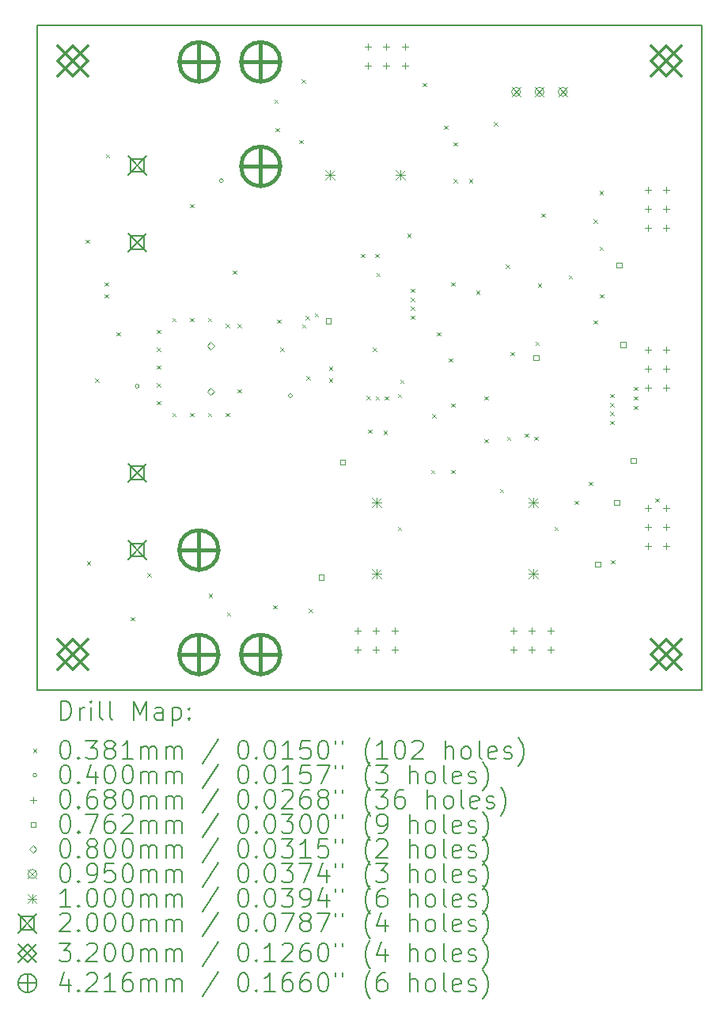
<source format=gbr>
%FSLAX45Y45*%
G04 Gerber Fmt 4.5, Leading zero omitted, Abs format (unit mm)*
G04 Created by KiCad (PCBNEW 6.0.0) date 2022-02-03 15:38:56*
%MOMM*%
%LPD*%
G01*
G04 APERTURE LIST*
%TA.AperFunction,Profile*%
%ADD10C,0.150000*%
%TD*%
%ADD11C,0.200000*%
%ADD12C,0.038100*%
%ADD13C,0.040000*%
%ADD14C,0.068000*%
%ADD15C,0.076200*%
%ADD16C,0.080000*%
%ADD17C,0.095000*%
%ADD18C,0.100000*%
%ADD19C,0.320000*%
%ADD20C,0.421640*%
G04 APERTURE END LIST*
D10*
X17907000Y-5613400D02*
X17907000Y-12725400D01*
X17907000Y-12725400D02*
X25019000Y-12725400D01*
X25019000Y-12725400D02*
X25019000Y-5613400D01*
X25019000Y-5613400D02*
X17907000Y-5613400D01*
D11*
D12*
X18421350Y-7905750D02*
X18459450Y-7943850D01*
X18459450Y-7905750D02*
X18421350Y-7943850D01*
X18434050Y-11347450D02*
X18472150Y-11385550D01*
X18472150Y-11347450D02*
X18434050Y-11385550D01*
X18522950Y-9391650D02*
X18561050Y-9429750D01*
X18561050Y-9391650D02*
X18522950Y-9429750D01*
X18624550Y-8362950D02*
X18662650Y-8401050D01*
X18662650Y-8362950D02*
X18624550Y-8401050D01*
X18624550Y-8489950D02*
X18662650Y-8528050D01*
X18662650Y-8489950D02*
X18624550Y-8528050D01*
X18637250Y-6991350D02*
X18675350Y-7029450D01*
X18675350Y-6991350D02*
X18637250Y-7029450D01*
X18751550Y-8896350D02*
X18789650Y-8934450D01*
X18789650Y-8896350D02*
X18751550Y-8934450D01*
X18903950Y-11944350D02*
X18942050Y-11982450D01*
X18942050Y-11944350D02*
X18903950Y-11982450D01*
X19081750Y-11474450D02*
X19119850Y-11512550D01*
X19119850Y-11474450D02*
X19081750Y-11512550D01*
X19183350Y-8870950D02*
X19221450Y-8909050D01*
X19221450Y-8870950D02*
X19183350Y-8909050D01*
X19183350Y-9061450D02*
X19221450Y-9099550D01*
X19221450Y-9061450D02*
X19183350Y-9099550D01*
X19183350Y-9251950D02*
X19221450Y-9290050D01*
X19221450Y-9251950D02*
X19183350Y-9290050D01*
X19183350Y-9442450D02*
X19221450Y-9480550D01*
X19221450Y-9442450D02*
X19183350Y-9480550D01*
X19183350Y-9632950D02*
X19221450Y-9671050D01*
X19221450Y-9632950D02*
X19183350Y-9671050D01*
X19348450Y-8743950D02*
X19386550Y-8782050D01*
X19386550Y-8743950D02*
X19348450Y-8782050D01*
X19348450Y-9759950D02*
X19386550Y-9798050D01*
X19386550Y-9759950D02*
X19348450Y-9798050D01*
X19538950Y-7524750D02*
X19577050Y-7562850D01*
X19577050Y-7524750D02*
X19538950Y-7562850D01*
X19538950Y-8743950D02*
X19577050Y-8782050D01*
X19577050Y-8743950D02*
X19538950Y-8782050D01*
X19538950Y-9759950D02*
X19577050Y-9798050D01*
X19577050Y-9759950D02*
X19538950Y-9798050D01*
X19729450Y-8743950D02*
X19767550Y-8782050D01*
X19767550Y-8743950D02*
X19729450Y-8782050D01*
X19729450Y-9759950D02*
X19767550Y-9798050D01*
X19767550Y-9759950D02*
X19729450Y-9798050D01*
X19737390Y-11695250D02*
X19775490Y-11733350D01*
X19775490Y-11695250D02*
X19737390Y-11733350D01*
X19919950Y-8807450D02*
X19958050Y-8845550D01*
X19958050Y-8807450D02*
X19919950Y-8845550D01*
X19919950Y-9759950D02*
X19958050Y-9798050D01*
X19958050Y-9759950D02*
X19919950Y-9798050D01*
X19932650Y-11893550D02*
X19970750Y-11931650D01*
X19970750Y-11893550D02*
X19932650Y-11931650D01*
X19996150Y-8235950D02*
X20034250Y-8274050D01*
X20034250Y-8235950D02*
X19996150Y-8274050D01*
X20046950Y-8807450D02*
X20085050Y-8845550D01*
X20085050Y-8807450D02*
X20046950Y-8845550D01*
X20046950Y-9505950D02*
X20085050Y-9544050D01*
X20085050Y-9505950D02*
X20046950Y-9544050D01*
X20427950Y-11817350D02*
X20466050Y-11855450D01*
X20466050Y-11817350D02*
X20427950Y-11855450D01*
X20440650Y-6407150D02*
X20478750Y-6445250D01*
X20478750Y-6407150D02*
X20440650Y-6445250D01*
X20453350Y-6711950D02*
X20491450Y-6750050D01*
X20491450Y-6711950D02*
X20453350Y-6750050D01*
X20471769Y-8762291D02*
X20509869Y-8800391D01*
X20509869Y-8762291D02*
X20471769Y-8800391D01*
X20504150Y-9061450D02*
X20542250Y-9099550D01*
X20542250Y-9061450D02*
X20504150Y-9099550D01*
X20707350Y-6838950D02*
X20745450Y-6877050D01*
X20745450Y-6838950D02*
X20707350Y-6877050D01*
X20732750Y-6191250D02*
X20770850Y-6229350D01*
X20770850Y-6191250D02*
X20732750Y-6229350D01*
X20738151Y-8810304D02*
X20776251Y-8848404D01*
X20776251Y-8810304D02*
X20738151Y-8848404D01*
X20776250Y-8721970D02*
X20814350Y-8760070D01*
X20814350Y-8721970D02*
X20776250Y-8760070D01*
X20783550Y-9366250D02*
X20821650Y-9404350D01*
X20821650Y-9366250D02*
X20783550Y-9404350D01*
X20808950Y-11855450D02*
X20847050Y-11893550D01*
X20847050Y-11855450D02*
X20808950Y-11893550D01*
X20872450Y-8693150D02*
X20910550Y-8731250D01*
X20910550Y-8693150D02*
X20872450Y-8731250D01*
X21024850Y-9264650D02*
X21062950Y-9302750D01*
X21062950Y-9264650D02*
X21024850Y-9302750D01*
X21024850Y-9391650D02*
X21062950Y-9429750D01*
X21062950Y-9391650D02*
X21024850Y-9429750D01*
X21367750Y-8058150D02*
X21405850Y-8096250D01*
X21405850Y-8058150D02*
X21367750Y-8096250D01*
X21429183Y-9577390D02*
X21467283Y-9615490D01*
X21467283Y-9577390D02*
X21429183Y-9615490D01*
X21443950Y-9937750D02*
X21482050Y-9975850D01*
X21482050Y-9937750D02*
X21443950Y-9975850D01*
X21494750Y-9061450D02*
X21532850Y-9099550D01*
X21532850Y-9061450D02*
X21494750Y-9099550D01*
X21520150Y-8058150D02*
X21558250Y-8096250D01*
X21558250Y-8058150D02*
X21520150Y-8096250D01*
X21525383Y-9581983D02*
X21563483Y-9620083D01*
X21563483Y-9581983D02*
X21525383Y-9620083D01*
X21532850Y-8261350D02*
X21570950Y-8299450D01*
X21570950Y-8261350D02*
X21532850Y-8299450D01*
X21609050Y-9950450D02*
X21647150Y-9988550D01*
X21647150Y-9950450D02*
X21609050Y-9988550D01*
X21621750Y-9582150D02*
X21659850Y-9620250D01*
X21659850Y-9582150D02*
X21621750Y-9620250D01*
X21761450Y-9556750D02*
X21799550Y-9594850D01*
X21799550Y-9556750D02*
X21761450Y-9594850D01*
X21761450Y-10980100D02*
X21799550Y-11018200D01*
X21799550Y-10980100D02*
X21761450Y-11018200D01*
X21786850Y-9404350D02*
X21824950Y-9442450D01*
X21824950Y-9404350D02*
X21786850Y-9442450D01*
X21863050Y-7842250D02*
X21901150Y-7880350D01*
X21901150Y-7842250D02*
X21863050Y-7880350D01*
X21901150Y-8429949D02*
X21939250Y-8468049D01*
X21939250Y-8429949D02*
X21901150Y-8468049D01*
X21901150Y-8526149D02*
X21939250Y-8564249D01*
X21939250Y-8526149D02*
X21901150Y-8564249D01*
X21901150Y-8622350D02*
X21939250Y-8660450D01*
X21939250Y-8622350D02*
X21901150Y-8660450D01*
X21901150Y-8718550D02*
X21939250Y-8756650D01*
X21939250Y-8718550D02*
X21901150Y-8756650D01*
X22028150Y-6229350D02*
X22066250Y-6267450D01*
X22066250Y-6229350D02*
X22028150Y-6267450D01*
X22117050Y-10369550D02*
X22155150Y-10407650D01*
X22155150Y-10369550D02*
X22117050Y-10407650D01*
X22129750Y-9772650D02*
X22167850Y-9810750D01*
X22167850Y-9772650D02*
X22129750Y-9810750D01*
X22180550Y-8896350D02*
X22218650Y-8934450D01*
X22218650Y-8896350D02*
X22180550Y-8934450D01*
X22256750Y-6686550D02*
X22294850Y-6724650D01*
X22294850Y-6686550D02*
X22256750Y-6724650D01*
X22307550Y-9175750D02*
X22345650Y-9213850D01*
X22345650Y-9175750D02*
X22307550Y-9213850D01*
X22332950Y-8362950D02*
X22371050Y-8401050D01*
X22371050Y-8362950D02*
X22332950Y-8401050D01*
X22332950Y-9658350D02*
X22371050Y-9696450D01*
X22371050Y-9658350D02*
X22332950Y-9696450D01*
X22332950Y-10369550D02*
X22371050Y-10407650D01*
X22371050Y-10369550D02*
X22332950Y-10407650D01*
X22358350Y-6864350D02*
X22396450Y-6902450D01*
X22396450Y-6864350D02*
X22358350Y-6902450D01*
X22358350Y-7258050D02*
X22396450Y-7296150D01*
X22396450Y-7258050D02*
X22358350Y-7296150D01*
X22523450Y-7258050D02*
X22561550Y-7296150D01*
X22561550Y-7258050D02*
X22523450Y-7296150D01*
X22599650Y-8451850D02*
X22637750Y-8489950D01*
X22637750Y-8451850D02*
X22599650Y-8489950D01*
X22688550Y-9582150D02*
X22726650Y-9620250D01*
X22726650Y-9582150D02*
X22688550Y-9620250D01*
X22688550Y-10039350D02*
X22726650Y-10077450D01*
X22726650Y-10039350D02*
X22688550Y-10077450D01*
X22790150Y-6648450D02*
X22828250Y-6686550D01*
X22828250Y-6648450D02*
X22790150Y-6686550D01*
X22853650Y-10572750D02*
X22891750Y-10610850D01*
X22891750Y-10572750D02*
X22853650Y-10610850D01*
X22917150Y-8172450D02*
X22955250Y-8210550D01*
X22955250Y-8172450D02*
X22917150Y-8210550D01*
X22929850Y-10013950D02*
X22967950Y-10052050D01*
X22967950Y-10013950D02*
X22929850Y-10052050D01*
X22967950Y-9106270D02*
X23006050Y-9144370D01*
X23006050Y-9106270D02*
X22967950Y-9144370D01*
X23120350Y-9981871D02*
X23158450Y-10019971D01*
X23158450Y-9981871D02*
X23120350Y-10019971D01*
X23221950Y-10013950D02*
X23260050Y-10052050D01*
X23260050Y-10013950D02*
X23221950Y-10052050D01*
X23234650Y-8997950D02*
X23272750Y-9036050D01*
X23272750Y-8997950D02*
X23234650Y-9036050D01*
X23260050Y-8375650D02*
X23298150Y-8413750D01*
X23298150Y-8375650D02*
X23260050Y-8413750D01*
X23298150Y-7626350D02*
X23336250Y-7664450D01*
X23336250Y-7626350D02*
X23298150Y-7664450D01*
X23437850Y-10980100D02*
X23475950Y-11018200D01*
X23475950Y-10980100D02*
X23437850Y-11018200D01*
X23590250Y-8286750D02*
X23628350Y-8324850D01*
X23628350Y-8286750D02*
X23590250Y-8324850D01*
X23653750Y-10699750D02*
X23691850Y-10737850D01*
X23691850Y-10699750D02*
X23653750Y-10737850D01*
X23806150Y-10496550D02*
X23844250Y-10534650D01*
X23844250Y-10496550D02*
X23806150Y-10534650D01*
X23856950Y-7689850D02*
X23895050Y-7727950D01*
X23895050Y-7689850D02*
X23856950Y-7727950D01*
X23856950Y-8769350D02*
X23895050Y-8807450D01*
X23895050Y-8769350D02*
X23856950Y-8807450D01*
X23920450Y-7385050D02*
X23958550Y-7423150D01*
X23958550Y-7385050D02*
X23920450Y-7423150D01*
X23920450Y-7981950D02*
X23958550Y-8020050D01*
X23958550Y-7981950D02*
X23920450Y-8020050D01*
X23925210Y-8489950D02*
X23963310Y-8528050D01*
X23963310Y-8489950D02*
X23925210Y-8528050D01*
X24034750Y-9556750D02*
X24072850Y-9594850D01*
X24072850Y-9556750D02*
X24034750Y-9594850D01*
X24034750Y-9652950D02*
X24072850Y-9691050D01*
X24072850Y-9652950D02*
X24034750Y-9691050D01*
X24034750Y-9749151D02*
X24072850Y-9787251D01*
X24072850Y-9749151D02*
X24034750Y-9787251D01*
X24034750Y-9845351D02*
X24072850Y-9883451D01*
X24072850Y-9845351D02*
X24034750Y-9883451D01*
X24045624Y-11332924D02*
X24083724Y-11371024D01*
X24083724Y-11332924D02*
X24045624Y-11371024D01*
X24288750Y-9480550D02*
X24326850Y-9518650D01*
X24326850Y-9480550D02*
X24288750Y-9518650D01*
X24288750Y-9582150D02*
X24326850Y-9620250D01*
X24326850Y-9582150D02*
X24288750Y-9620250D01*
X24288750Y-9683750D02*
X24326850Y-9721850D01*
X24326850Y-9683750D02*
X24288750Y-9721850D01*
X24517350Y-10674350D02*
X24555450Y-10712450D01*
X24555450Y-10674350D02*
X24517350Y-10712450D01*
D13*
X18993800Y-9474200D02*
G75*
G03*
X18993800Y-9474200I-20000J0D01*
G01*
X19895000Y-7275000D02*
G75*
G03*
X19895000Y-7275000I-20000J0D01*
G01*
X20632100Y-9575800D02*
G75*
G03*
X20632100Y-9575800I-20000J0D01*
G01*
D14*
X21330400Y-12058000D02*
X21330400Y-12126000D01*
X21296400Y-12092000D02*
X21364400Y-12092000D01*
X21330400Y-12258000D02*
X21330400Y-12326000D01*
X21296400Y-12292000D02*
X21364400Y-12292000D01*
X21440800Y-5811200D02*
X21440800Y-5879200D01*
X21406800Y-5845200D02*
X21474800Y-5845200D01*
X21440800Y-6011200D02*
X21440800Y-6079200D01*
X21406800Y-6045200D02*
X21474800Y-6045200D01*
X21530400Y-12058000D02*
X21530400Y-12126000D01*
X21496400Y-12092000D02*
X21564400Y-12092000D01*
X21530400Y-12258000D02*
X21530400Y-12326000D01*
X21496400Y-12292000D02*
X21564400Y-12292000D01*
X21640800Y-5811200D02*
X21640800Y-5879200D01*
X21606800Y-5845200D02*
X21674800Y-5845200D01*
X21640800Y-6011200D02*
X21640800Y-6079200D01*
X21606800Y-6045200D02*
X21674800Y-6045200D01*
X21730400Y-12058000D02*
X21730400Y-12126000D01*
X21696400Y-12092000D02*
X21764400Y-12092000D01*
X21730400Y-12258000D02*
X21730400Y-12326000D01*
X21696400Y-12292000D02*
X21764400Y-12292000D01*
X21840800Y-5811200D02*
X21840800Y-5879200D01*
X21806800Y-5845200D02*
X21874800Y-5845200D01*
X21840800Y-6011200D02*
X21840800Y-6079200D01*
X21806800Y-6045200D02*
X21874800Y-6045200D01*
X22999000Y-12058000D02*
X22999000Y-12126000D01*
X22965000Y-12092000D02*
X23033000Y-12092000D01*
X22999000Y-12258000D02*
X22999000Y-12326000D01*
X22965000Y-12292000D02*
X23033000Y-12292000D01*
X23199000Y-12058000D02*
X23199000Y-12126000D01*
X23165000Y-12092000D02*
X23233000Y-12092000D01*
X23199000Y-12258000D02*
X23199000Y-12326000D01*
X23165000Y-12292000D02*
X23233000Y-12292000D01*
X23399000Y-12058000D02*
X23399000Y-12126000D01*
X23365000Y-12092000D02*
X23433000Y-12092000D01*
X23399000Y-12258000D02*
X23399000Y-12326000D01*
X23365000Y-12292000D02*
X23433000Y-12292000D01*
X24436400Y-7344000D02*
X24436400Y-7412000D01*
X24402400Y-7378000D02*
X24470400Y-7378000D01*
X24436400Y-7544000D02*
X24436400Y-7612000D01*
X24402400Y-7578000D02*
X24470400Y-7578000D01*
X24436400Y-7744000D02*
X24436400Y-7812000D01*
X24402400Y-7778000D02*
X24470400Y-7778000D01*
X24436400Y-9053600D02*
X24436400Y-9121600D01*
X24402400Y-9087600D02*
X24470400Y-9087600D01*
X24436400Y-9253600D02*
X24436400Y-9321600D01*
X24402400Y-9287600D02*
X24470400Y-9287600D01*
X24436400Y-9453600D02*
X24436400Y-9521600D01*
X24402400Y-9487600D02*
X24470400Y-9487600D01*
X24436400Y-10747600D02*
X24436400Y-10815600D01*
X24402400Y-10781600D02*
X24470400Y-10781600D01*
X24436400Y-10947600D02*
X24436400Y-11015600D01*
X24402400Y-10981600D02*
X24470400Y-10981600D01*
X24436400Y-11147600D02*
X24436400Y-11215600D01*
X24402400Y-11181600D02*
X24470400Y-11181600D01*
X24636400Y-7344000D02*
X24636400Y-7412000D01*
X24602400Y-7378000D02*
X24670400Y-7378000D01*
X24636400Y-7544000D02*
X24636400Y-7612000D01*
X24602400Y-7578000D02*
X24670400Y-7578000D01*
X24636400Y-7744000D02*
X24636400Y-7812000D01*
X24602400Y-7778000D02*
X24670400Y-7778000D01*
X24636400Y-9053600D02*
X24636400Y-9121600D01*
X24602400Y-9087600D02*
X24670400Y-9087600D01*
X24636400Y-9253600D02*
X24636400Y-9321600D01*
X24602400Y-9287600D02*
X24670400Y-9287600D01*
X24636400Y-9453600D02*
X24636400Y-9521600D01*
X24602400Y-9487600D02*
X24670400Y-9487600D01*
X24636400Y-10747600D02*
X24636400Y-10815600D01*
X24602400Y-10781600D02*
X24670400Y-10781600D01*
X24636400Y-10947600D02*
X24636400Y-11015600D01*
X24602400Y-10981600D02*
X24670400Y-10981600D01*
X24636400Y-11147600D02*
X24636400Y-11215600D01*
X24602400Y-11181600D02*
X24670400Y-11181600D01*
D15*
X20969241Y-11545841D02*
X20969241Y-11491959D01*
X20915359Y-11491959D01*
X20915359Y-11545841D01*
X20969241Y-11545841D01*
X21045441Y-8802641D02*
X21045441Y-8748759D01*
X20991559Y-8748759D01*
X20991559Y-8802641D01*
X21045441Y-8802641D01*
X21197841Y-10313941D02*
X21197841Y-10260059D01*
X21143959Y-10260059D01*
X21143959Y-10313941D01*
X21197841Y-10313941D01*
X23267941Y-9196341D02*
X23267941Y-9142459D01*
X23214059Y-9142459D01*
X23214059Y-9196341D01*
X23267941Y-9196341D01*
X23928341Y-11406141D02*
X23928341Y-11352259D01*
X23874459Y-11352259D01*
X23874459Y-11406141D01*
X23928341Y-11406141D01*
X24131541Y-10745741D02*
X24131541Y-10691859D01*
X24077659Y-10691859D01*
X24077659Y-10745741D01*
X24131541Y-10745741D01*
X24156941Y-8205741D02*
X24156941Y-8151859D01*
X24103059Y-8151859D01*
X24103059Y-8205741D01*
X24156941Y-8205741D01*
X24200441Y-9056641D02*
X24200441Y-9002759D01*
X24146559Y-9002759D01*
X24146559Y-9056641D01*
X24200441Y-9056641D01*
X24309341Y-10298741D02*
X24309341Y-10244859D01*
X24255459Y-10244859D01*
X24255459Y-10298741D01*
X24309341Y-10298741D01*
D16*
X19761200Y-9082400D02*
X19801200Y-9042400D01*
X19761200Y-9002400D01*
X19721200Y-9042400D01*
X19761200Y-9082400D01*
X19761200Y-9570400D02*
X19801200Y-9530400D01*
X19761200Y-9490400D01*
X19721200Y-9530400D01*
X19761200Y-9570400D01*
D17*
X22981600Y-6277100D02*
X23076600Y-6372100D01*
X23076600Y-6277100D02*
X22981600Y-6372100D01*
X23076600Y-6324600D02*
G75*
G03*
X23076600Y-6324600I-47500J0D01*
G01*
X23231600Y-6277100D02*
X23326600Y-6372100D01*
X23326600Y-6277100D02*
X23231600Y-6372100D01*
X23326600Y-6324600D02*
G75*
G03*
X23326600Y-6324600I-47500J0D01*
G01*
X23481600Y-6277100D02*
X23576600Y-6372100D01*
X23576600Y-6277100D02*
X23481600Y-6372100D01*
X23576600Y-6324600D02*
G75*
G03*
X23576600Y-6324600I-47500J0D01*
G01*
D18*
X20983200Y-7163600D02*
X21083200Y-7263600D01*
X21083200Y-7163600D02*
X20983200Y-7263600D01*
X21033200Y-7163600D02*
X21033200Y-7263600D01*
X20983200Y-7213600D02*
X21083200Y-7213600D01*
X21489200Y-10668800D02*
X21589200Y-10768800D01*
X21589200Y-10668800D02*
X21489200Y-10768800D01*
X21539200Y-10668800D02*
X21539200Y-10768800D01*
X21489200Y-10718800D02*
X21589200Y-10718800D01*
X21489200Y-11428800D02*
X21589200Y-11528800D01*
X21589200Y-11428800D02*
X21489200Y-11528800D01*
X21539200Y-11428800D02*
X21539200Y-11528800D01*
X21489200Y-11478800D02*
X21589200Y-11478800D01*
X21743200Y-7163600D02*
X21843200Y-7263600D01*
X21843200Y-7163600D02*
X21743200Y-7263600D01*
X21793200Y-7163600D02*
X21793200Y-7263600D01*
X21743200Y-7213600D02*
X21843200Y-7213600D01*
X23165600Y-10668800D02*
X23265600Y-10768800D01*
X23265600Y-10668800D02*
X23165600Y-10768800D01*
X23215600Y-10668800D02*
X23215600Y-10768800D01*
X23165600Y-10718800D02*
X23265600Y-10718800D01*
X23165600Y-11428800D02*
X23265600Y-11528800D01*
X23265600Y-11428800D02*
X23165600Y-11528800D01*
X23215600Y-11428800D02*
X23215600Y-11528800D01*
X23165600Y-11478800D02*
X23265600Y-11478800D01*
D11*
X18873800Y-7012500D02*
X19073800Y-7212500D01*
X19073800Y-7012500D02*
X18873800Y-7212500D01*
X19044511Y-7183211D02*
X19044511Y-7041789D01*
X18903089Y-7041789D01*
X18903089Y-7183211D01*
X19044511Y-7183211D01*
X18873800Y-7837500D02*
X19073800Y-8037500D01*
X19073800Y-7837500D02*
X18873800Y-8037500D01*
X19044511Y-8008211D02*
X19044511Y-7866789D01*
X18903089Y-7866789D01*
X18903089Y-8008211D01*
X19044511Y-8008211D01*
X18873800Y-10301800D02*
X19073800Y-10501800D01*
X19073800Y-10301800D02*
X18873800Y-10501800D01*
X19044511Y-10472511D02*
X19044511Y-10331089D01*
X18903089Y-10331089D01*
X18903089Y-10472511D01*
X19044511Y-10472511D01*
X18873800Y-11126800D02*
X19073800Y-11326800D01*
X19073800Y-11126800D02*
X18873800Y-11326800D01*
X19044511Y-11297511D02*
X19044511Y-11156089D01*
X18903089Y-11156089D01*
X18903089Y-11297511D01*
X19044511Y-11297511D01*
D19*
X18128000Y-5834400D02*
X18448000Y-6154400D01*
X18448000Y-5834400D02*
X18128000Y-6154400D01*
X18288000Y-6154400D02*
X18448000Y-5994400D01*
X18288000Y-5834400D01*
X18128000Y-5994400D01*
X18288000Y-6154400D01*
X18128000Y-12184400D02*
X18448000Y-12504400D01*
X18448000Y-12184400D02*
X18128000Y-12504400D01*
X18288000Y-12504400D02*
X18448000Y-12344400D01*
X18288000Y-12184400D01*
X18128000Y-12344400D01*
X18288000Y-12504400D01*
X24478000Y-5834400D02*
X24798000Y-6154400D01*
X24798000Y-5834400D02*
X24478000Y-6154400D01*
X24638000Y-6154400D02*
X24798000Y-5994400D01*
X24638000Y-5834400D01*
X24478000Y-5994400D01*
X24638000Y-6154400D01*
X24478000Y-12184400D02*
X24798000Y-12504400D01*
X24798000Y-12184400D02*
X24478000Y-12504400D01*
X24638000Y-12504400D02*
X24798000Y-12344400D01*
X24638000Y-12184400D01*
X24478000Y-12344400D01*
X24638000Y-12504400D01*
D20*
X19634200Y-11015980D02*
X19634200Y-11437620D01*
X19423380Y-11226800D02*
X19845020Y-11226800D01*
X19845020Y-11226800D02*
G75*
G03*
X19845020Y-11226800I-210820J0D01*
G01*
X19634200Y-12133580D02*
X19634200Y-12555220D01*
X19423380Y-12344400D02*
X19845020Y-12344400D01*
X19845020Y-12344400D02*
G75*
G03*
X19845020Y-12344400I-210820J0D01*
G01*
X19635216Y-5793740D02*
X19635216Y-6215380D01*
X19424396Y-6004560D02*
X19846036Y-6004560D01*
X19846036Y-6004560D02*
G75*
G03*
X19846036Y-6004560I-210820J0D01*
G01*
X20294600Y-12133580D02*
X20294600Y-12555220D01*
X20083780Y-12344400D02*
X20505420Y-12344400D01*
X20505420Y-12344400D02*
G75*
G03*
X20505420Y-12344400I-210820J0D01*
G01*
X20295616Y-5793740D02*
X20295616Y-6215380D01*
X20084796Y-6004560D02*
X20506436Y-6004560D01*
X20506436Y-6004560D02*
G75*
G03*
X20506436Y-6004560I-210820J0D01*
G01*
X20295616Y-6911340D02*
X20295616Y-7332980D01*
X20084796Y-7122160D02*
X20506436Y-7122160D01*
X20506436Y-7122160D02*
G75*
G03*
X20506436Y-7122160I-210820J0D01*
G01*
D11*
X18157119Y-13043376D02*
X18157119Y-12843376D01*
X18204738Y-12843376D01*
X18233310Y-12852900D01*
X18252357Y-12871948D01*
X18261881Y-12890995D01*
X18271405Y-12929090D01*
X18271405Y-12957662D01*
X18261881Y-12995757D01*
X18252357Y-13014805D01*
X18233310Y-13033852D01*
X18204738Y-13043376D01*
X18157119Y-13043376D01*
X18357119Y-13043376D02*
X18357119Y-12910043D01*
X18357119Y-12948138D02*
X18366643Y-12929090D01*
X18376167Y-12919567D01*
X18395214Y-12910043D01*
X18414262Y-12910043D01*
X18480929Y-13043376D02*
X18480929Y-12910043D01*
X18480929Y-12843376D02*
X18471405Y-12852900D01*
X18480929Y-12862424D01*
X18490452Y-12852900D01*
X18480929Y-12843376D01*
X18480929Y-12862424D01*
X18604738Y-13043376D02*
X18585690Y-13033852D01*
X18576167Y-13014805D01*
X18576167Y-12843376D01*
X18709500Y-13043376D02*
X18690452Y-13033852D01*
X18680929Y-13014805D01*
X18680929Y-12843376D01*
X18938071Y-13043376D02*
X18938071Y-12843376D01*
X19004738Y-12986233D01*
X19071405Y-12843376D01*
X19071405Y-13043376D01*
X19252357Y-13043376D02*
X19252357Y-12938614D01*
X19242833Y-12919567D01*
X19223786Y-12910043D01*
X19185690Y-12910043D01*
X19166643Y-12919567D01*
X19252357Y-13033852D02*
X19233310Y-13043376D01*
X19185690Y-13043376D01*
X19166643Y-13033852D01*
X19157119Y-13014805D01*
X19157119Y-12995757D01*
X19166643Y-12976709D01*
X19185690Y-12967186D01*
X19233310Y-12967186D01*
X19252357Y-12957662D01*
X19347595Y-12910043D02*
X19347595Y-13110043D01*
X19347595Y-12919567D02*
X19366643Y-12910043D01*
X19404738Y-12910043D01*
X19423786Y-12919567D01*
X19433310Y-12929090D01*
X19442833Y-12948138D01*
X19442833Y-13005281D01*
X19433310Y-13024328D01*
X19423786Y-13033852D01*
X19404738Y-13043376D01*
X19366643Y-13043376D01*
X19347595Y-13033852D01*
X19528548Y-13024328D02*
X19538071Y-13033852D01*
X19528548Y-13043376D01*
X19519024Y-13033852D01*
X19528548Y-13024328D01*
X19528548Y-13043376D01*
X19528548Y-12919567D02*
X19538071Y-12929090D01*
X19528548Y-12938614D01*
X19519024Y-12929090D01*
X19528548Y-12919567D01*
X19528548Y-12938614D01*
D12*
X17861400Y-13353850D02*
X17899500Y-13391950D01*
X17899500Y-13353850D02*
X17861400Y-13391950D01*
D11*
X18195214Y-13263376D02*
X18214262Y-13263376D01*
X18233310Y-13272900D01*
X18242833Y-13282424D01*
X18252357Y-13301471D01*
X18261881Y-13339567D01*
X18261881Y-13387186D01*
X18252357Y-13425281D01*
X18242833Y-13444328D01*
X18233310Y-13453852D01*
X18214262Y-13463376D01*
X18195214Y-13463376D01*
X18176167Y-13453852D01*
X18166643Y-13444328D01*
X18157119Y-13425281D01*
X18147595Y-13387186D01*
X18147595Y-13339567D01*
X18157119Y-13301471D01*
X18166643Y-13282424D01*
X18176167Y-13272900D01*
X18195214Y-13263376D01*
X18347595Y-13444328D02*
X18357119Y-13453852D01*
X18347595Y-13463376D01*
X18338071Y-13453852D01*
X18347595Y-13444328D01*
X18347595Y-13463376D01*
X18423786Y-13263376D02*
X18547595Y-13263376D01*
X18480929Y-13339567D01*
X18509500Y-13339567D01*
X18528548Y-13349090D01*
X18538071Y-13358614D01*
X18547595Y-13377662D01*
X18547595Y-13425281D01*
X18538071Y-13444328D01*
X18528548Y-13453852D01*
X18509500Y-13463376D01*
X18452357Y-13463376D01*
X18433310Y-13453852D01*
X18423786Y-13444328D01*
X18661881Y-13349090D02*
X18642833Y-13339567D01*
X18633310Y-13330043D01*
X18623786Y-13310995D01*
X18623786Y-13301471D01*
X18633310Y-13282424D01*
X18642833Y-13272900D01*
X18661881Y-13263376D01*
X18699976Y-13263376D01*
X18719024Y-13272900D01*
X18728548Y-13282424D01*
X18738071Y-13301471D01*
X18738071Y-13310995D01*
X18728548Y-13330043D01*
X18719024Y-13339567D01*
X18699976Y-13349090D01*
X18661881Y-13349090D01*
X18642833Y-13358614D01*
X18633310Y-13368138D01*
X18623786Y-13387186D01*
X18623786Y-13425281D01*
X18633310Y-13444328D01*
X18642833Y-13453852D01*
X18661881Y-13463376D01*
X18699976Y-13463376D01*
X18719024Y-13453852D01*
X18728548Y-13444328D01*
X18738071Y-13425281D01*
X18738071Y-13387186D01*
X18728548Y-13368138D01*
X18719024Y-13358614D01*
X18699976Y-13349090D01*
X18928548Y-13463376D02*
X18814262Y-13463376D01*
X18871405Y-13463376D02*
X18871405Y-13263376D01*
X18852357Y-13291948D01*
X18833310Y-13310995D01*
X18814262Y-13320519D01*
X19014262Y-13463376D02*
X19014262Y-13330043D01*
X19014262Y-13349090D02*
X19023786Y-13339567D01*
X19042833Y-13330043D01*
X19071405Y-13330043D01*
X19090452Y-13339567D01*
X19099976Y-13358614D01*
X19099976Y-13463376D01*
X19099976Y-13358614D02*
X19109500Y-13339567D01*
X19128548Y-13330043D01*
X19157119Y-13330043D01*
X19176167Y-13339567D01*
X19185690Y-13358614D01*
X19185690Y-13463376D01*
X19280929Y-13463376D02*
X19280929Y-13330043D01*
X19280929Y-13349090D02*
X19290452Y-13339567D01*
X19309500Y-13330043D01*
X19338071Y-13330043D01*
X19357119Y-13339567D01*
X19366643Y-13358614D01*
X19366643Y-13463376D01*
X19366643Y-13358614D02*
X19376167Y-13339567D01*
X19395214Y-13330043D01*
X19423786Y-13330043D01*
X19442833Y-13339567D01*
X19452357Y-13358614D01*
X19452357Y-13463376D01*
X19842833Y-13253852D02*
X19671405Y-13510995D01*
X20099976Y-13263376D02*
X20119024Y-13263376D01*
X20138071Y-13272900D01*
X20147595Y-13282424D01*
X20157119Y-13301471D01*
X20166643Y-13339567D01*
X20166643Y-13387186D01*
X20157119Y-13425281D01*
X20147595Y-13444328D01*
X20138071Y-13453852D01*
X20119024Y-13463376D01*
X20099976Y-13463376D01*
X20080929Y-13453852D01*
X20071405Y-13444328D01*
X20061881Y-13425281D01*
X20052357Y-13387186D01*
X20052357Y-13339567D01*
X20061881Y-13301471D01*
X20071405Y-13282424D01*
X20080929Y-13272900D01*
X20099976Y-13263376D01*
X20252357Y-13444328D02*
X20261881Y-13453852D01*
X20252357Y-13463376D01*
X20242833Y-13453852D01*
X20252357Y-13444328D01*
X20252357Y-13463376D01*
X20385690Y-13263376D02*
X20404738Y-13263376D01*
X20423786Y-13272900D01*
X20433310Y-13282424D01*
X20442833Y-13301471D01*
X20452357Y-13339567D01*
X20452357Y-13387186D01*
X20442833Y-13425281D01*
X20433310Y-13444328D01*
X20423786Y-13453852D01*
X20404738Y-13463376D01*
X20385690Y-13463376D01*
X20366643Y-13453852D01*
X20357119Y-13444328D01*
X20347595Y-13425281D01*
X20338071Y-13387186D01*
X20338071Y-13339567D01*
X20347595Y-13301471D01*
X20357119Y-13282424D01*
X20366643Y-13272900D01*
X20385690Y-13263376D01*
X20642833Y-13463376D02*
X20528548Y-13463376D01*
X20585690Y-13463376D02*
X20585690Y-13263376D01*
X20566643Y-13291948D01*
X20547595Y-13310995D01*
X20528548Y-13320519D01*
X20823786Y-13263376D02*
X20728548Y-13263376D01*
X20719024Y-13358614D01*
X20728548Y-13349090D01*
X20747595Y-13339567D01*
X20795214Y-13339567D01*
X20814262Y-13349090D01*
X20823786Y-13358614D01*
X20833310Y-13377662D01*
X20833310Y-13425281D01*
X20823786Y-13444328D01*
X20814262Y-13453852D01*
X20795214Y-13463376D01*
X20747595Y-13463376D01*
X20728548Y-13453852D01*
X20719024Y-13444328D01*
X20957119Y-13263376D02*
X20976167Y-13263376D01*
X20995214Y-13272900D01*
X21004738Y-13282424D01*
X21014262Y-13301471D01*
X21023786Y-13339567D01*
X21023786Y-13387186D01*
X21014262Y-13425281D01*
X21004738Y-13444328D01*
X20995214Y-13453852D01*
X20976167Y-13463376D01*
X20957119Y-13463376D01*
X20938071Y-13453852D01*
X20928548Y-13444328D01*
X20919024Y-13425281D01*
X20909500Y-13387186D01*
X20909500Y-13339567D01*
X20919024Y-13301471D01*
X20928548Y-13282424D01*
X20938071Y-13272900D01*
X20957119Y-13263376D01*
X21099976Y-13263376D02*
X21099976Y-13301471D01*
X21176167Y-13263376D02*
X21176167Y-13301471D01*
X21471405Y-13539567D02*
X21461881Y-13530043D01*
X21442833Y-13501471D01*
X21433310Y-13482424D01*
X21423786Y-13453852D01*
X21414262Y-13406233D01*
X21414262Y-13368138D01*
X21423786Y-13320519D01*
X21433310Y-13291948D01*
X21442833Y-13272900D01*
X21461881Y-13244328D01*
X21471405Y-13234805D01*
X21652357Y-13463376D02*
X21538071Y-13463376D01*
X21595214Y-13463376D02*
X21595214Y-13263376D01*
X21576167Y-13291948D01*
X21557119Y-13310995D01*
X21538071Y-13320519D01*
X21776167Y-13263376D02*
X21795214Y-13263376D01*
X21814262Y-13272900D01*
X21823786Y-13282424D01*
X21833310Y-13301471D01*
X21842833Y-13339567D01*
X21842833Y-13387186D01*
X21833310Y-13425281D01*
X21823786Y-13444328D01*
X21814262Y-13453852D01*
X21795214Y-13463376D01*
X21776167Y-13463376D01*
X21757119Y-13453852D01*
X21747595Y-13444328D01*
X21738071Y-13425281D01*
X21728548Y-13387186D01*
X21728548Y-13339567D01*
X21738071Y-13301471D01*
X21747595Y-13282424D01*
X21757119Y-13272900D01*
X21776167Y-13263376D01*
X21919024Y-13282424D02*
X21928548Y-13272900D01*
X21947595Y-13263376D01*
X21995214Y-13263376D01*
X22014262Y-13272900D01*
X22023786Y-13282424D01*
X22033310Y-13301471D01*
X22033310Y-13320519D01*
X22023786Y-13349090D01*
X21909500Y-13463376D01*
X22033310Y-13463376D01*
X22271405Y-13463376D02*
X22271405Y-13263376D01*
X22357119Y-13463376D02*
X22357119Y-13358614D01*
X22347595Y-13339567D01*
X22328548Y-13330043D01*
X22299976Y-13330043D01*
X22280929Y-13339567D01*
X22271405Y-13349090D01*
X22480928Y-13463376D02*
X22461881Y-13453852D01*
X22452357Y-13444328D01*
X22442833Y-13425281D01*
X22442833Y-13368138D01*
X22452357Y-13349090D01*
X22461881Y-13339567D01*
X22480928Y-13330043D01*
X22509500Y-13330043D01*
X22528548Y-13339567D01*
X22538071Y-13349090D01*
X22547595Y-13368138D01*
X22547595Y-13425281D01*
X22538071Y-13444328D01*
X22528548Y-13453852D01*
X22509500Y-13463376D01*
X22480928Y-13463376D01*
X22661881Y-13463376D02*
X22642833Y-13453852D01*
X22633309Y-13434805D01*
X22633309Y-13263376D01*
X22814262Y-13453852D02*
X22795214Y-13463376D01*
X22757119Y-13463376D01*
X22738071Y-13453852D01*
X22728548Y-13434805D01*
X22728548Y-13358614D01*
X22738071Y-13339567D01*
X22757119Y-13330043D01*
X22795214Y-13330043D01*
X22814262Y-13339567D01*
X22823786Y-13358614D01*
X22823786Y-13377662D01*
X22728548Y-13396709D01*
X22899976Y-13453852D02*
X22919024Y-13463376D01*
X22957119Y-13463376D01*
X22976167Y-13453852D01*
X22985690Y-13434805D01*
X22985690Y-13425281D01*
X22976167Y-13406233D01*
X22957119Y-13396709D01*
X22928548Y-13396709D01*
X22909500Y-13387186D01*
X22899976Y-13368138D01*
X22899976Y-13358614D01*
X22909500Y-13339567D01*
X22928548Y-13330043D01*
X22957119Y-13330043D01*
X22976167Y-13339567D01*
X23052357Y-13539567D02*
X23061881Y-13530043D01*
X23080928Y-13501471D01*
X23090452Y-13482424D01*
X23099976Y-13453852D01*
X23109500Y-13406233D01*
X23109500Y-13368138D01*
X23099976Y-13320519D01*
X23090452Y-13291948D01*
X23080928Y-13272900D01*
X23061881Y-13244328D01*
X23052357Y-13234805D01*
D13*
X17899500Y-13636900D02*
G75*
G03*
X17899500Y-13636900I-20000J0D01*
G01*
D11*
X18195214Y-13527376D02*
X18214262Y-13527376D01*
X18233310Y-13536900D01*
X18242833Y-13546424D01*
X18252357Y-13565471D01*
X18261881Y-13603567D01*
X18261881Y-13651186D01*
X18252357Y-13689281D01*
X18242833Y-13708328D01*
X18233310Y-13717852D01*
X18214262Y-13727376D01*
X18195214Y-13727376D01*
X18176167Y-13717852D01*
X18166643Y-13708328D01*
X18157119Y-13689281D01*
X18147595Y-13651186D01*
X18147595Y-13603567D01*
X18157119Y-13565471D01*
X18166643Y-13546424D01*
X18176167Y-13536900D01*
X18195214Y-13527376D01*
X18347595Y-13708328D02*
X18357119Y-13717852D01*
X18347595Y-13727376D01*
X18338071Y-13717852D01*
X18347595Y-13708328D01*
X18347595Y-13727376D01*
X18528548Y-13594043D02*
X18528548Y-13727376D01*
X18480929Y-13517852D02*
X18433310Y-13660709D01*
X18557119Y-13660709D01*
X18671405Y-13527376D02*
X18690452Y-13527376D01*
X18709500Y-13536900D01*
X18719024Y-13546424D01*
X18728548Y-13565471D01*
X18738071Y-13603567D01*
X18738071Y-13651186D01*
X18728548Y-13689281D01*
X18719024Y-13708328D01*
X18709500Y-13717852D01*
X18690452Y-13727376D01*
X18671405Y-13727376D01*
X18652357Y-13717852D01*
X18642833Y-13708328D01*
X18633310Y-13689281D01*
X18623786Y-13651186D01*
X18623786Y-13603567D01*
X18633310Y-13565471D01*
X18642833Y-13546424D01*
X18652357Y-13536900D01*
X18671405Y-13527376D01*
X18861881Y-13527376D02*
X18880929Y-13527376D01*
X18899976Y-13536900D01*
X18909500Y-13546424D01*
X18919024Y-13565471D01*
X18928548Y-13603567D01*
X18928548Y-13651186D01*
X18919024Y-13689281D01*
X18909500Y-13708328D01*
X18899976Y-13717852D01*
X18880929Y-13727376D01*
X18861881Y-13727376D01*
X18842833Y-13717852D01*
X18833310Y-13708328D01*
X18823786Y-13689281D01*
X18814262Y-13651186D01*
X18814262Y-13603567D01*
X18823786Y-13565471D01*
X18833310Y-13546424D01*
X18842833Y-13536900D01*
X18861881Y-13527376D01*
X19014262Y-13727376D02*
X19014262Y-13594043D01*
X19014262Y-13613090D02*
X19023786Y-13603567D01*
X19042833Y-13594043D01*
X19071405Y-13594043D01*
X19090452Y-13603567D01*
X19099976Y-13622614D01*
X19099976Y-13727376D01*
X19099976Y-13622614D02*
X19109500Y-13603567D01*
X19128548Y-13594043D01*
X19157119Y-13594043D01*
X19176167Y-13603567D01*
X19185690Y-13622614D01*
X19185690Y-13727376D01*
X19280929Y-13727376D02*
X19280929Y-13594043D01*
X19280929Y-13613090D02*
X19290452Y-13603567D01*
X19309500Y-13594043D01*
X19338071Y-13594043D01*
X19357119Y-13603567D01*
X19366643Y-13622614D01*
X19366643Y-13727376D01*
X19366643Y-13622614D02*
X19376167Y-13603567D01*
X19395214Y-13594043D01*
X19423786Y-13594043D01*
X19442833Y-13603567D01*
X19452357Y-13622614D01*
X19452357Y-13727376D01*
X19842833Y-13517852D02*
X19671405Y-13774995D01*
X20099976Y-13527376D02*
X20119024Y-13527376D01*
X20138071Y-13536900D01*
X20147595Y-13546424D01*
X20157119Y-13565471D01*
X20166643Y-13603567D01*
X20166643Y-13651186D01*
X20157119Y-13689281D01*
X20147595Y-13708328D01*
X20138071Y-13717852D01*
X20119024Y-13727376D01*
X20099976Y-13727376D01*
X20080929Y-13717852D01*
X20071405Y-13708328D01*
X20061881Y-13689281D01*
X20052357Y-13651186D01*
X20052357Y-13603567D01*
X20061881Y-13565471D01*
X20071405Y-13546424D01*
X20080929Y-13536900D01*
X20099976Y-13527376D01*
X20252357Y-13708328D02*
X20261881Y-13717852D01*
X20252357Y-13727376D01*
X20242833Y-13717852D01*
X20252357Y-13708328D01*
X20252357Y-13727376D01*
X20385690Y-13527376D02*
X20404738Y-13527376D01*
X20423786Y-13536900D01*
X20433310Y-13546424D01*
X20442833Y-13565471D01*
X20452357Y-13603567D01*
X20452357Y-13651186D01*
X20442833Y-13689281D01*
X20433310Y-13708328D01*
X20423786Y-13717852D01*
X20404738Y-13727376D01*
X20385690Y-13727376D01*
X20366643Y-13717852D01*
X20357119Y-13708328D01*
X20347595Y-13689281D01*
X20338071Y-13651186D01*
X20338071Y-13603567D01*
X20347595Y-13565471D01*
X20357119Y-13546424D01*
X20366643Y-13536900D01*
X20385690Y-13527376D01*
X20642833Y-13727376D02*
X20528548Y-13727376D01*
X20585690Y-13727376D02*
X20585690Y-13527376D01*
X20566643Y-13555948D01*
X20547595Y-13574995D01*
X20528548Y-13584519D01*
X20823786Y-13527376D02*
X20728548Y-13527376D01*
X20719024Y-13622614D01*
X20728548Y-13613090D01*
X20747595Y-13603567D01*
X20795214Y-13603567D01*
X20814262Y-13613090D01*
X20823786Y-13622614D01*
X20833310Y-13641662D01*
X20833310Y-13689281D01*
X20823786Y-13708328D01*
X20814262Y-13717852D01*
X20795214Y-13727376D01*
X20747595Y-13727376D01*
X20728548Y-13717852D01*
X20719024Y-13708328D01*
X20899976Y-13527376D02*
X21033310Y-13527376D01*
X20947595Y-13727376D01*
X21099976Y-13527376D02*
X21099976Y-13565471D01*
X21176167Y-13527376D02*
X21176167Y-13565471D01*
X21471405Y-13803567D02*
X21461881Y-13794043D01*
X21442833Y-13765471D01*
X21433310Y-13746424D01*
X21423786Y-13717852D01*
X21414262Y-13670233D01*
X21414262Y-13632138D01*
X21423786Y-13584519D01*
X21433310Y-13555948D01*
X21442833Y-13536900D01*
X21461881Y-13508328D01*
X21471405Y-13498805D01*
X21528548Y-13527376D02*
X21652357Y-13527376D01*
X21585690Y-13603567D01*
X21614262Y-13603567D01*
X21633310Y-13613090D01*
X21642833Y-13622614D01*
X21652357Y-13641662D01*
X21652357Y-13689281D01*
X21642833Y-13708328D01*
X21633310Y-13717852D01*
X21614262Y-13727376D01*
X21557119Y-13727376D01*
X21538071Y-13717852D01*
X21528548Y-13708328D01*
X21890452Y-13727376D02*
X21890452Y-13527376D01*
X21976167Y-13727376D02*
X21976167Y-13622614D01*
X21966643Y-13603567D01*
X21947595Y-13594043D01*
X21919024Y-13594043D01*
X21899976Y-13603567D01*
X21890452Y-13613090D01*
X22099976Y-13727376D02*
X22080929Y-13717852D01*
X22071405Y-13708328D01*
X22061881Y-13689281D01*
X22061881Y-13632138D01*
X22071405Y-13613090D01*
X22080929Y-13603567D01*
X22099976Y-13594043D01*
X22128548Y-13594043D01*
X22147595Y-13603567D01*
X22157119Y-13613090D01*
X22166643Y-13632138D01*
X22166643Y-13689281D01*
X22157119Y-13708328D01*
X22147595Y-13717852D01*
X22128548Y-13727376D01*
X22099976Y-13727376D01*
X22280929Y-13727376D02*
X22261881Y-13717852D01*
X22252357Y-13698805D01*
X22252357Y-13527376D01*
X22433309Y-13717852D02*
X22414262Y-13727376D01*
X22376167Y-13727376D01*
X22357119Y-13717852D01*
X22347595Y-13698805D01*
X22347595Y-13622614D01*
X22357119Y-13603567D01*
X22376167Y-13594043D01*
X22414262Y-13594043D01*
X22433309Y-13603567D01*
X22442833Y-13622614D01*
X22442833Y-13641662D01*
X22347595Y-13660709D01*
X22519024Y-13717852D02*
X22538071Y-13727376D01*
X22576167Y-13727376D01*
X22595214Y-13717852D01*
X22604738Y-13698805D01*
X22604738Y-13689281D01*
X22595214Y-13670233D01*
X22576167Y-13660709D01*
X22547595Y-13660709D01*
X22528548Y-13651186D01*
X22519024Y-13632138D01*
X22519024Y-13622614D01*
X22528548Y-13603567D01*
X22547595Y-13594043D01*
X22576167Y-13594043D01*
X22595214Y-13603567D01*
X22671405Y-13803567D02*
X22680928Y-13794043D01*
X22699976Y-13765471D01*
X22709500Y-13746424D01*
X22719024Y-13717852D01*
X22728548Y-13670233D01*
X22728548Y-13632138D01*
X22719024Y-13584519D01*
X22709500Y-13555948D01*
X22699976Y-13536900D01*
X22680928Y-13508328D01*
X22671405Y-13498805D01*
D14*
X17865500Y-13866900D02*
X17865500Y-13934900D01*
X17831500Y-13900900D02*
X17899500Y-13900900D01*
D11*
X18195214Y-13791376D02*
X18214262Y-13791376D01*
X18233310Y-13800900D01*
X18242833Y-13810424D01*
X18252357Y-13829471D01*
X18261881Y-13867567D01*
X18261881Y-13915186D01*
X18252357Y-13953281D01*
X18242833Y-13972328D01*
X18233310Y-13981852D01*
X18214262Y-13991376D01*
X18195214Y-13991376D01*
X18176167Y-13981852D01*
X18166643Y-13972328D01*
X18157119Y-13953281D01*
X18147595Y-13915186D01*
X18147595Y-13867567D01*
X18157119Y-13829471D01*
X18166643Y-13810424D01*
X18176167Y-13800900D01*
X18195214Y-13791376D01*
X18347595Y-13972328D02*
X18357119Y-13981852D01*
X18347595Y-13991376D01*
X18338071Y-13981852D01*
X18347595Y-13972328D01*
X18347595Y-13991376D01*
X18528548Y-13791376D02*
X18490452Y-13791376D01*
X18471405Y-13800900D01*
X18461881Y-13810424D01*
X18442833Y-13838995D01*
X18433310Y-13877090D01*
X18433310Y-13953281D01*
X18442833Y-13972328D01*
X18452357Y-13981852D01*
X18471405Y-13991376D01*
X18509500Y-13991376D01*
X18528548Y-13981852D01*
X18538071Y-13972328D01*
X18547595Y-13953281D01*
X18547595Y-13905662D01*
X18538071Y-13886614D01*
X18528548Y-13877090D01*
X18509500Y-13867567D01*
X18471405Y-13867567D01*
X18452357Y-13877090D01*
X18442833Y-13886614D01*
X18433310Y-13905662D01*
X18661881Y-13877090D02*
X18642833Y-13867567D01*
X18633310Y-13858043D01*
X18623786Y-13838995D01*
X18623786Y-13829471D01*
X18633310Y-13810424D01*
X18642833Y-13800900D01*
X18661881Y-13791376D01*
X18699976Y-13791376D01*
X18719024Y-13800900D01*
X18728548Y-13810424D01*
X18738071Y-13829471D01*
X18738071Y-13838995D01*
X18728548Y-13858043D01*
X18719024Y-13867567D01*
X18699976Y-13877090D01*
X18661881Y-13877090D01*
X18642833Y-13886614D01*
X18633310Y-13896138D01*
X18623786Y-13915186D01*
X18623786Y-13953281D01*
X18633310Y-13972328D01*
X18642833Y-13981852D01*
X18661881Y-13991376D01*
X18699976Y-13991376D01*
X18719024Y-13981852D01*
X18728548Y-13972328D01*
X18738071Y-13953281D01*
X18738071Y-13915186D01*
X18728548Y-13896138D01*
X18719024Y-13886614D01*
X18699976Y-13877090D01*
X18861881Y-13791376D02*
X18880929Y-13791376D01*
X18899976Y-13800900D01*
X18909500Y-13810424D01*
X18919024Y-13829471D01*
X18928548Y-13867567D01*
X18928548Y-13915186D01*
X18919024Y-13953281D01*
X18909500Y-13972328D01*
X18899976Y-13981852D01*
X18880929Y-13991376D01*
X18861881Y-13991376D01*
X18842833Y-13981852D01*
X18833310Y-13972328D01*
X18823786Y-13953281D01*
X18814262Y-13915186D01*
X18814262Y-13867567D01*
X18823786Y-13829471D01*
X18833310Y-13810424D01*
X18842833Y-13800900D01*
X18861881Y-13791376D01*
X19014262Y-13991376D02*
X19014262Y-13858043D01*
X19014262Y-13877090D02*
X19023786Y-13867567D01*
X19042833Y-13858043D01*
X19071405Y-13858043D01*
X19090452Y-13867567D01*
X19099976Y-13886614D01*
X19099976Y-13991376D01*
X19099976Y-13886614D02*
X19109500Y-13867567D01*
X19128548Y-13858043D01*
X19157119Y-13858043D01*
X19176167Y-13867567D01*
X19185690Y-13886614D01*
X19185690Y-13991376D01*
X19280929Y-13991376D02*
X19280929Y-13858043D01*
X19280929Y-13877090D02*
X19290452Y-13867567D01*
X19309500Y-13858043D01*
X19338071Y-13858043D01*
X19357119Y-13867567D01*
X19366643Y-13886614D01*
X19366643Y-13991376D01*
X19366643Y-13886614D02*
X19376167Y-13867567D01*
X19395214Y-13858043D01*
X19423786Y-13858043D01*
X19442833Y-13867567D01*
X19452357Y-13886614D01*
X19452357Y-13991376D01*
X19842833Y-13781852D02*
X19671405Y-14038995D01*
X20099976Y-13791376D02*
X20119024Y-13791376D01*
X20138071Y-13800900D01*
X20147595Y-13810424D01*
X20157119Y-13829471D01*
X20166643Y-13867567D01*
X20166643Y-13915186D01*
X20157119Y-13953281D01*
X20147595Y-13972328D01*
X20138071Y-13981852D01*
X20119024Y-13991376D01*
X20099976Y-13991376D01*
X20080929Y-13981852D01*
X20071405Y-13972328D01*
X20061881Y-13953281D01*
X20052357Y-13915186D01*
X20052357Y-13867567D01*
X20061881Y-13829471D01*
X20071405Y-13810424D01*
X20080929Y-13800900D01*
X20099976Y-13791376D01*
X20252357Y-13972328D02*
X20261881Y-13981852D01*
X20252357Y-13991376D01*
X20242833Y-13981852D01*
X20252357Y-13972328D01*
X20252357Y-13991376D01*
X20385690Y-13791376D02*
X20404738Y-13791376D01*
X20423786Y-13800900D01*
X20433310Y-13810424D01*
X20442833Y-13829471D01*
X20452357Y-13867567D01*
X20452357Y-13915186D01*
X20442833Y-13953281D01*
X20433310Y-13972328D01*
X20423786Y-13981852D01*
X20404738Y-13991376D01*
X20385690Y-13991376D01*
X20366643Y-13981852D01*
X20357119Y-13972328D01*
X20347595Y-13953281D01*
X20338071Y-13915186D01*
X20338071Y-13867567D01*
X20347595Y-13829471D01*
X20357119Y-13810424D01*
X20366643Y-13800900D01*
X20385690Y-13791376D01*
X20528548Y-13810424D02*
X20538071Y-13800900D01*
X20557119Y-13791376D01*
X20604738Y-13791376D01*
X20623786Y-13800900D01*
X20633310Y-13810424D01*
X20642833Y-13829471D01*
X20642833Y-13848519D01*
X20633310Y-13877090D01*
X20519024Y-13991376D01*
X20642833Y-13991376D01*
X20814262Y-13791376D02*
X20776167Y-13791376D01*
X20757119Y-13800900D01*
X20747595Y-13810424D01*
X20728548Y-13838995D01*
X20719024Y-13877090D01*
X20719024Y-13953281D01*
X20728548Y-13972328D01*
X20738071Y-13981852D01*
X20757119Y-13991376D01*
X20795214Y-13991376D01*
X20814262Y-13981852D01*
X20823786Y-13972328D01*
X20833310Y-13953281D01*
X20833310Y-13905662D01*
X20823786Y-13886614D01*
X20814262Y-13877090D01*
X20795214Y-13867567D01*
X20757119Y-13867567D01*
X20738071Y-13877090D01*
X20728548Y-13886614D01*
X20719024Y-13905662D01*
X20947595Y-13877090D02*
X20928548Y-13867567D01*
X20919024Y-13858043D01*
X20909500Y-13838995D01*
X20909500Y-13829471D01*
X20919024Y-13810424D01*
X20928548Y-13800900D01*
X20947595Y-13791376D01*
X20985690Y-13791376D01*
X21004738Y-13800900D01*
X21014262Y-13810424D01*
X21023786Y-13829471D01*
X21023786Y-13838995D01*
X21014262Y-13858043D01*
X21004738Y-13867567D01*
X20985690Y-13877090D01*
X20947595Y-13877090D01*
X20928548Y-13886614D01*
X20919024Y-13896138D01*
X20909500Y-13915186D01*
X20909500Y-13953281D01*
X20919024Y-13972328D01*
X20928548Y-13981852D01*
X20947595Y-13991376D01*
X20985690Y-13991376D01*
X21004738Y-13981852D01*
X21014262Y-13972328D01*
X21023786Y-13953281D01*
X21023786Y-13915186D01*
X21014262Y-13896138D01*
X21004738Y-13886614D01*
X20985690Y-13877090D01*
X21099976Y-13791376D02*
X21099976Y-13829471D01*
X21176167Y-13791376D02*
X21176167Y-13829471D01*
X21471405Y-14067567D02*
X21461881Y-14058043D01*
X21442833Y-14029471D01*
X21433310Y-14010424D01*
X21423786Y-13981852D01*
X21414262Y-13934233D01*
X21414262Y-13896138D01*
X21423786Y-13848519D01*
X21433310Y-13819948D01*
X21442833Y-13800900D01*
X21461881Y-13772328D01*
X21471405Y-13762805D01*
X21528548Y-13791376D02*
X21652357Y-13791376D01*
X21585690Y-13867567D01*
X21614262Y-13867567D01*
X21633310Y-13877090D01*
X21642833Y-13886614D01*
X21652357Y-13905662D01*
X21652357Y-13953281D01*
X21642833Y-13972328D01*
X21633310Y-13981852D01*
X21614262Y-13991376D01*
X21557119Y-13991376D01*
X21538071Y-13981852D01*
X21528548Y-13972328D01*
X21823786Y-13791376D02*
X21785690Y-13791376D01*
X21766643Y-13800900D01*
X21757119Y-13810424D01*
X21738071Y-13838995D01*
X21728548Y-13877090D01*
X21728548Y-13953281D01*
X21738071Y-13972328D01*
X21747595Y-13981852D01*
X21766643Y-13991376D01*
X21804738Y-13991376D01*
X21823786Y-13981852D01*
X21833310Y-13972328D01*
X21842833Y-13953281D01*
X21842833Y-13905662D01*
X21833310Y-13886614D01*
X21823786Y-13877090D01*
X21804738Y-13867567D01*
X21766643Y-13867567D01*
X21747595Y-13877090D01*
X21738071Y-13886614D01*
X21728548Y-13905662D01*
X22080929Y-13991376D02*
X22080929Y-13791376D01*
X22166643Y-13991376D02*
X22166643Y-13886614D01*
X22157119Y-13867567D01*
X22138071Y-13858043D01*
X22109500Y-13858043D01*
X22090452Y-13867567D01*
X22080929Y-13877090D01*
X22290452Y-13991376D02*
X22271405Y-13981852D01*
X22261881Y-13972328D01*
X22252357Y-13953281D01*
X22252357Y-13896138D01*
X22261881Y-13877090D01*
X22271405Y-13867567D01*
X22290452Y-13858043D01*
X22319024Y-13858043D01*
X22338071Y-13867567D01*
X22347595Y-13877090D01*
X22357119Y-13896138D01*
X22357119Y-13953281D01*
X22347595Y-13972328D01*
X22338071Y-13981852D01*
X22319024Y-13991376D01*
X22290452Y-13991376D01*
X22471405Y-13991376D02*
X22452357Y-13981852D01*
X22442833Y-13962805D01*
X22442833Y-13791376D01*
X22623786Y-13981852D02*
X22604738Y-13991376D01*
X22566643Y-13991376D01*
X22547595Y-13981852D01*
X22538071Y-13962805D01*
X22538071Y-13886614D01*
X22547595Y-13867567D01*
X22566643Y-13858043D01*
X22604738Y-13858043D01*
X22623786Y-13867567D01*
X22633309Y-13886614D01*
X22633309Y-13905662D01*
X22538071Y-13924709D01*
X22709500Y-13981852D02*
X22728548Y-13991376D01*
X22766643Y-13991376D01*
X22785690Y-13981852D01*
X22795214Y-13962805D01*
X22795214Y-13953281D01*
X22785690Y-13934233D01*
X22766643Y-13924709D01*
X22738071Y-13924709D01*
X22719024Y-13915186D01*
X22709500Y-13896138D01*
X22709500Y-13886614D01*
X22719024Y-13867567D01*
X22738071Y-13858043D01*
X22766643Y-13858043D01*
X22785690Y-13867567D01*
X22861881Y-14067567D02*
X22871405Y-14058043D01*
X22890452Y-14029471D01*
X22899976Y-14010424D01*
X22909500Y-13981852D01*
X22919024Y-13934233D01*
X22919024Y-13896138D01*
X22909500Y-13848519D01*
X22899976Y-13819948D01*
X22890452Y-13800900D01*
X22871405Y-13772328D01*
X22861881Y-13762805D01*
D15*
X17888341Y-14191841D02*
X17888341Y-14137959D01*
X17834459Y-14137959D01*
X17834459Y-14191841D01*
X17888341Y-14191841D01*
D11*
X18195214Y-14055376D02*
X18214262Y-14055376D01*
X18233310Y-14064900D01*
X18242833Y-14074424D01*
X18252357Y-14093471D01*
X18261881Y-14131567D01*
X18261881Y-14179186D01*
X18252357Y-14217281D01*
X18242833Y-14236328D01*
X18233310Y-14245852D01*
X18214262Y-14255376D01*
X18195214Y-14255376D01*
X18176167Y-14245852D01*
X18166643Y-14236328D01*
X18157119Y-14217281D01*
X18147595Y-14179186D01*
X18147595Y-14131567D01*
X18157119Y-14093471D01*
X18166643Y-14074424D01*
X18176167Y-14064900D01*
X18195214Y-14055376D01*
X18347595Y-14236328D02*
X18357119Y-14245852D01*
X18347595Y-14255376D01*
X18338071Y-14245852D01*
X18347595Y-14236328D01*
X18347595Y-14255376D01*
X18423786Y-14055376D02*
X18557119Y-14055376D01*
X18471405Y-14255376D01*
X18719024Y-14055376D02*
X18680929Y-14055376D01*
X18661881Y-14064900D01*
X18652357Y-14074424D01*
X18633310Y-14102995D01*
X18623786Y-14141090D01*
X18623786Y-14217281D01*
X18633310Y-14236328D01*
X18642833Y-14245852D01*
X18661881Y-14255376D01*
X18699976Y-14255376D01*
X18719024Y-14245852D01*
X18728548Y-14236328D01*
X18738071Y-14217281D01*
X18738071Y-14169662D01*
X18728548Y-14150614D01*
X18719024Y-14141090D01*
X18699976Y-14131567D01*
X18661881Y-14131567D01*
X18642833Y-14141090D01*
X18633310Y-14150614D01*
X18623786Y-14169662D01*
X18814262Y-14074424D02*
X18823786Y-14064900D01*
X18842833Y-14055376D01*
X18890452Y-14055376D01*
X18909500Y-14064900D01*
X18919024Y-14074424D01*
X18928548Y-14093471D01*
X18928548Y-14112519D01*
X18919024Y-14141090D01*
X18804738Y-14255376D01*
X18928548Y-14255376D01*
X19014262Y-14255376D02*
X19014262Y-14122043D01*
X19014262Y-14141090D02*
X19023786Y-14131567D01*
X19042833Y-14122043D01*
X19071405Y-14122043D01*
X19090452Y-14131567D01*
X19099976Y-14150614D01*
X19099976Y-14255376D01*
X19099976Y-14150614D02*
X19109500Y-14131567D01*
X19128548Y-14122043D01*
X19157119Y-14122043D01*
X19176167Y-14131567D01*
X19185690Y-14150614D01*
X19185690Y-14255376D01*
X19280929Y-14255376D02*
X19280929Y-14122043D01*
X19280929Y-14141090D02*
X19290452Y-14131567D01*
X19309500Y-14122043D01*
X19338071Y-14122043D01*
X19357119Y-14131567D01*
X19366643Y-14150614D01*
X19366643Y-14255376D01*
X19366643Y-14150614D02*
X19376167Y-14131567D01*
X19395214Y-14122043D01*
X19423786Y-14122043D01*
X19442833Y-14131567D01*
X19452357Y-14150614D01*
X19452357Y-14255376D01*
X19842833Y-14045852D02*
X19671405Y-14302995D01*
X20099976Y-14055376D02*
X20119024Y-14055376D01*
X20138071Y-14064900D01*
X20147595Y-14074424D01*
X20157119Y-14093471D01*
X20166643Y-14131567D01*
X20166643Y-14179186D01*
X20157119Y-14217281D01*
X20147595Y-14236328D01*
X20138071Y-14245852D01*
X20119024Y-14255376D01*
X20099976Y-14255376D01*
X20080929Y-14245852D01*
X20071405Y-14236328D01*
X20061881Y-14217281D01*
X20052357Y-14179186D01*
X20052357Y-14131567D01*
X20061881Y-14093471D01*
X20071405Y-14074424D01*
X20080929Y-14064900D01*
X20099976Y-14055376D01*
X20252357Y-14236328D02*
X20261881Y-14245852D01*
X20252357Y-14255376D01*
X20242833Y-14245852D01*
X20252357Y-14236328D01*
X20252357Y-14255376D01*
X20385690Y-14055376D02*
X20404738Y-14055376D01*
X20423786Y-14064900D01*
X20433310Y-14074424D01*
X20442833Y-14093471D01*
X20452357Y-14131567D01*
X20452357Y-14179186D01*
X20442833Y-14217281D01*
X20433310Y-14236328D01*
X20423786Y-14245852D01*
X20404738Y-14255376D01*
X20385690Y-14255376D01*
X20366643Y-14245852D01*
X20357119Y-14236328D01*
X20347595Y-14217281D01*
X20338071Y-14179186D01*
X20338071Y-14131567D01*
X20347595Y-14093471D01*
X20357119Y-14074424D01*
X20366643Y-14064900D01*
X20385690Y-14055376D01*
X20519024Y-14055376D02*
X20642833Y-14055376D01*
X20576167Y-14131567D01*
X20604738Y-14131567D01*
X20623786Y-14141090D01*
X20633310Y-14150614D01*
X20642833Y-14169662D01*
X20642833Y-14217281D01*
X20633310Y-14236328D01*
X20623786Y-14245852D01*
X20604738Y-14255376D01*
X20547595Y-14255376D01*
X20528548Y-14245852D01*
X20519024Y-14236328D01*
X20766643Y-14055376D02*
X20785690Y-14055376D01*
X20804738Y-14064900D01*
X20814262Y-14074424D01*
X20823786Y-14093471D01*
X20833310Y-14131567D01*
X20833310Y-14179186D01*
X20823786Y-14217281D01*
X20814262Y-14236328D01*
X20804738Y-14245852D01*
X20785690Y-14255376D01*
X20766643Y-14255376D01*
X20747595Y-14245852D01*
X20738071Y-14236328D01*
X20728548Y-14217281D01*
X20719024Y-14179186D01*
X20719024Y-14131567D01*
X20728548Y-14093471D01*
X20738071Y-14074424D01*
X20747595Y-14064900D01*
X20766643Y-14055376D01*
X20957119Y-14055376D02*
X20976167Y-14055376D01*
X20995214Y-14064900D01*
X21004738Y-14074424D01*
X21014262Y-14093471D01*
X21023786Y-14131567D01*
X21023786Y-14179186D01*
X21014262Y-14217281D01*
X21004738Y-14236328D01*
X20995214Y-14245852D01*
X20976167Y-14255376D01*
X20957119Y-14255376D01*
X20938071Y-14245852D01*
X20928548Y-14236328D01*
X20919024Y-14217281D01*
X20909500Y-14179186D01*
X20909500Y-14131567D01*
X20919024Y-14093471D01*
X20928548Y-14074424D01*
X20938071Y-14064900D01*
X20957119Y-14055376D01*
X21099976Y-14055376D02*
X21099976Y-14093471D01*
X21176167Y-14055376D02*
X21176167Y-14093471D01*
X21471405Y-14331567D02*
X21461881Y-14322043D01*
X21442833Y-14293471D01*
X21433310Y-14274424D01*
X21423786Y-14245852D01*
X21414262Y-14198233D01*
X21414262Y-14160138D01*
X21423786Y-14112519D01*
X21433310Y-14083948D01*
X21442833Y-14064900D01*
X21461881Y-14036328D01*
X21471405Y-14026805D01*
X21557119Y-14255376D02*
X21595214Y-14255376D01*
X21614262Y-14245852D01*
X21623786Y-14236328D01*
X21642833Y-14207757D01*
X21652357Y-14169662D01*
X21652357Y-14093471D01*
X21642833Y-14074424D01*
X21633310Y-14064900D01*
X21614262Y-14055376D01*
X21576167Y-14055376D01*
X21557119Y-14064900D01*
X21547595Y-14074424D01*
X21538071Y-14093471D01*
X21538071Y-14141090D01*
X21547595Y-14160138D01*
X21557119Y-14169662D01*
X21576167Y-14179186D01*
X21614262Y-14179186D01*
X21633310Y-14169662D01*
X21642833Y-14160138D01*
X21652357Y-14141090D01*
X21890452Y-14255376D02*
X21890452Y-14055376D01*
X21976167Y-14255376D02*
X21976167Y-14150614D01*
X21966643Y-14131567D01*
X21947595Y-14122043D01*
X21919024Y-14122043D01*
X21899976Y-14131567D01*
X21890452Y-14141090D01*
X22099976Y-14255376D02*
X22080929Y-14245852D01*
X22071405Y-14236328D01*
X22061881Y-14217281D01*
X22061881Y-14160138D01*
X22071405Y-14141090D01*
X22080929Y-14131567D01*
X22099976Y-14122043D01*
X22128548Y-14122043D01*
X22147595Y-14131567D01*
X22157119Y-14141090D01*
X22166643Y-14160138D01*
X22166643Y-14217281D01*
X22157119Y-14236328D01*
X22147595Y-14245852D01*
X22128548Y-14255376D01*
X22099976Y-14255376D01*
X22280929Y-14255376D02*
X22261881Y-14245852D01*
X22252357Y-14226805D01*
X22252357Y-14055376D01*
X22433309Y-14245852D02*
X22414262Y-14255376D01*
X22376167Y-14255376D01*
X22357119Y-14245852D01*
X22347595Y-14226805D01*
X22347595Y-14150614D01*
X22357119Y-14131567D01*
X22376167Y-14122043D01*
X22414262Y-14122043D01*
X22433309Y-14131567D01*
X22442833Y-14150614D01*
X22442833Y-14169662D01*
X22347595Y-14188709D01*
X22519024Y-14245852D02*
X22538071Y-14255376D01*
X22576167Y-14255376D01*
X22595214Y-14245852D01*
X22604738Y-14226805D01*
X22604738Y-14217281D01*
X22595214Y-14198233D01*
X22576167Y-14188709D01*
X22547595Y-14188709D01*
X22528548Y-14179186D01*
X22519024Y-14160138D01*
X22519024Y-14150614D01*
X22528548Y-14131567D01*
X22547595Y-14122043D01*
X22576167Y-14122043D01*
X22595214Y-14131567D01*
X22671405Y-14331567D02*
X22680928Y-14322043D01*
X22699976Y-14293471D01*
X22709500Y-14274424D01*
X22719024Y-14245852D01*
X22728548Y-14198233D01*
X22728548Y-14160138D01*
X22719024Y-14112519D01*
X22709500Y-14083948D01*
X22699976Y-14064900D01*
X22680928Y-14036328D01*
X22671405Y-14026805D01*
D16*
X17859500Y-14468900D02*
X17899500Y-14428900D01*
X17859500Y-14388900D01*
X17819500Y-14428900D01*
X17859500Y-14468900D01*
D11*
X18195214Y-14319376D02*
X18214262Y-14319376D01*
X18233310Y-14328900D01*
X18242833Y-14338424D01*
X18252357Y-14357471D01*
X18261881Y-14395567D01*
X18261881Y-14443186D01*
X18252357Y-14481281D01*
X18242833Y-14500328D01*
X18233310Y-14509852D01*
X18214262Y-14519376D01*
X18195214Y-14519376D01*
X18176167Y-14509852D01*
X18166643Y-14500328D01*
X18157119Y-14481281D01*
X18147595Y-14443186D01*
X18147595Y-14395567D01*
X18157119Y-14357471D01*
X18166643Y-14338424D01*
X18176167Y-14328900D01*
X18195214Y-14319376D01*
X18347595Y-14500328D02*
X18357119Y-14509852D01*
X18347595Y-14519376D01*
X18338071Y-14509852D01*
X18347595Y-14500328D01*
X18347595Y-14519376D01*
X18471405Y-14405090D02*
X18452357Y-14395567D01*
X18442833Y-14386043D01*
X18433310Y-14366995D01*
X18433310Y-14357471D01*
X18442833Y-14338424D01*
X18452357Y-14328900D01*
X18471405Y-14319376D01*
X18509500Y-14319376D01*
X18528548Y-14328900D01*
X18538071Y-14338424D01*
X18547595Y-14357471D01*
X18547595Y-14366995D01*
X18538071Y-14386043D01*
X18528548Y-14395567D01*
X18509500Y-14405090D01*
X18471405Y-14405090D01*
X18452357Y-14414614D01*
X18442833Y-14424138D01*
X18433310Y-14443186D01*
X18433310Y-14481281D01*
X18442833Y-14500328D01*
X18452357Y-14509852D01*
X18471405Y-14519376D01*
X18509500Y-14519376D01*
X18528548Y-14509852D01*
X18538071Y-14500328D01*
X18547595Y-14481281D01*
X18547595Y-14443186D01*
X18538071Y-14424138D01*
X18528548Y-14414614D01*
X18509500Y-14405090D01*
X18671405Y-14319376D02*
X18690452Y-14319376D01*
X18709500Y-14328900D01*
X18719024Y-14338424D01*
X18728548Y-14357471D01*
X18738071Y-14395567D01*
X18738071Y-14443186D01*
X18728548Y-14481281D01*
X18719024Y-14500328D01*
X18709500Y-14509852D01*
X18690452Y-14519376D01*
X18671405Y-14519376D01*
X18652357Y-14509852D01*
X18642833Y-14500328D01*
X18633310Y-14481281D01*
X18623786Y-14443186D01*
X18623786Y-14395567D01*
X18633310Y-14357471D01*
X18642833Y-14338424D01*
X18652357Y-14328900D01*
X18671405Y-14319376D01*
X18861881Y-14319376D02*
X18880929Y-14319376D01*
X18899976Y-14328900D01*
X18909500Y-14338424D01*
X18919024Y-14357471D01*
X18928548Y-14395567D01*
X18928548Y-14443186D01*
X18919024Y-14481281D01*
X18909500Y-14500328D01*
X18899976Y-14509852D01*
X18880929Y-14519376D01*
X18861881Y-14519376D01*
X18842833Y-14509852D01*
X18833310Y-14500328D01*
X18823786Y-14481281D01*
X18814262Y-14443186D01*
X18814262Y-14395567D01*
X18823786Y-14357471D01*
X18833310Y-14338424D01*
X18842833Y-14328900D01*
X18861881Y-14319376D01*
X19014262Y-14519376D02*
X19014262Y-14386043D01*
X19014262Y-14405090D02*
X19023786Y-14395567D01*
X19042833Y-14386043D01*
X19071405Y-14386043D01*
X19090452Y-14395567D01*
X19099976Y-14414614D01*
X19099976Y-14519376D01*
X19099976Y-14414614D02*
X19109500Y-14395567D01*
X19128548Y-14386043D01*
X19157119Y-14386043D01*
X19176167Y-14395567D01*
X19185690Y-14414614D01*
X19185690Y-14519376D01*
X19280929Y-14519376D02*
X19280929Y-14386043D01*
X19280929Y-14405090D02*
X19290452Y-14395567D01*
X19309500Y-14386043D01*
X19338071Y-14386043D01*
X19357119Y-14395567D01*
X19366643Y-14414614D01*
X19366643Y-14519376D01*
X19366643Y-14414614D02*
X19376167Y-14395567D01*
X19395214Y-14386043D01*
X19423786Y-14386043D01*
X19442833Y-14395567D01*
X19452357Y-14414614D01*
X19452357Y-14519376D01*
X19842833Y-14309852D02*
X19671405Y-14566995D01*
X20099976Y-14319376D02*
X20119024Y-14319376D01*
X20138071Y-14328900D01*
X20147595Y-14338424D01*
X20157119Y-14357471D01*
X20166643Y-14395567D01*
X20166643Y-14443186D01*
X20157119Y-14481281D01*
X20147595Y-14500328D01*
X20138071Y-14509852D01*
X20119024Y-14519376D01*
X20099976Y-14519376D01*
X20080929Y-14509852D01*
X20071405Y-14500328D01*
X20061881Y-14481281D01*
X20052357Y-14443186D01*
X20052357Y-14395567D01*
X20061881Y-14357471D01*
X20071405Y-14338424D01*
X20080929Y-14328900D01*
X20099976Y-14319376D01*
X20252357Y-14500328D02*
X20261881Y-14509852D01*
X20252357Y-14519376D01*
X20242833Y-14509852D01*
X20252357Y-14500328D01*
X20252357Y-14519376D01*
X20385690Y-14319376D02*
X20404738Y-14319376D01*
X20423786Y-14328900D01*
X20433310Y-14338424D01*
X20442833Y-14357471D01*
X20452357Y-14395567D01*
X20452357Y-14443186D01*
X20442833Y-14481281D01*
X20433310Y-14500328D01*
X20423786Y-14509852D01*
X20404738Y-14519376D01*
X20385690Y-14519376D01*
X20366643Y-14509852D01*
X20357119Y-14500328D01*
X20347595Y-14481281D01*
X20338071Y-14443186D01*
X20338071Y-14395567D01*
X20347595Y-14357471D01*
X20357119Y-14338424D01*
X20366643Y-14328900D01*
X20385690Y-14319376D01*
X20519024Y-14319376D02*
X20642833Y-14319376D01*
X20576167Y-14395567D01*
X20604738Y-14395567D01*
X20623786Y-14405090D01*
X20633310Y-14414614D01*
X20642833Y-14433662D01*
X20642833Y-14481281D01*
X20633310Y-14500328D01*
X20623786Y-14509852D01*
X20604738Y-14519376D01*
X20547595Y-14519376D01*
X20528548Y-14509852D01*
X20519024Y-14500328D01*
X20833310Y-14519376D02*
X20719024Y-14519376D01*
X20776167Y-14519376D02*
X20776167Y-14319376D01*
X20757119Y-14347948D01*
X20738071Y-14366995D01*
X20719024Y-14376519D01*
X21014262Y-14319376D02*
X20919024Y-14319376D01*
X20909500Y-14414614D01*
X20919024Y-14405090D01*
X20938071Y-14395567D01*
X20985690Y-14395567D01*
X21004738Y-14405090D01*
X21014262Y-14414614D01*
X21023786Y-14433662D01*
X21023786Y-14481281D01*
X21014262Y-14500328D01*
X21004738Y-14509852D01*
X20985690Y-14519376D01*
X20938071Y-14519376D01*
X20919024Y-14509852D01*
X20909500Y-14500328D01*
X21099976Y-14319376D02*
X21099976Y-14357471D01*
X21176167Y-14319376D02*
X21176167Y-14357471D01*
X21471405Y-14595567D02*
X21461881Y-14586043D01*
X21442833Y-14557471D01*
X21433310Y-14538424D01*
X21423786Y-14509852D01*
X21414262Y-14462233D01*
X21414262Y-14424138D01*
X21423786Y-14376519D01*
X21433310Y-14347948D01*
X21442833Y-14328900D01*
X21461881Y-14300328D01*
X21471405Y-14290805D01*
X21538071Y-14338424D02*
X21547595Y-14328900D01*
X21566643Y-14319376D01*
X21614262Y-14319376D01*
X21633310Y-14328900D01*
X21642833Y-14338424D01*
X21652357Y-14357471D01*
X21652357Y-14376519D01*
X21642833Y-14405090D01*
X21528548Y-14519376D01*
X21652357Y-14519376D01*
X21890452Y-14519376D02*
X21890452Y-14319376D01*
X21976167Y-14519376D02*
X21976167Y-14414614D01*
X21966643Y-14395567D01*
X21947595Y-14386043D01*
X21919024Y-14386043D01*
X21899976Y-14395567D01*
X21890452Y-14405090D01*
X22099976Y-14519376D02*
X22080929Y-14509852D01*
X22071405Y-14500328D01*
X22061881Y-14481281D01*
X22061881Y-14424138D01*
X22071405Y-14405090D01*
X22080929Y-14395567D01*
X22099976Y-14386043D01*
X22128548Y-14386043D01*
X22147595Y-14395567D01*
X22157119Y-14405090D01*
X22166643Y-14424138D01*
X22166643Y-14481281D01*
X22157119Y-14500328D01*
X22147595Y-14509852D01*
X22128548Y-14519376D01*
X22099976Y-14519376D01*
X22280929Y-14519376D02*
X22261881Y-14509852D01*
X22252357Y-14490805D01*
X22252357Y-14319376D01*
X22433309Y-14509852D02*
X22414262Y-14519376D01*
X22376167Y-14519376D01*
X22357119Y-14509852D01*
X22347595Y-14490805D01*
X22347595Y-14414614D01*
X22357119Y-14395567D01*
X22376167Y-14386043D01*
X22414262Y-14386043D01*
X22433309Y-14395567D01*
X22442833Y-14414614D01*
X22442833Y-14433662D01*
X22347595Y-14452709D01*
X22519024Y-14509852D02*
X22538071Y-14519376D01*
X22576167Y-14519376D01*
X22595214Y-14509852D01*
X22604738Y-14490805D01*
X22604738Y-14481281D01*
X22595214Y-14462233D01*
X22576167Y-14452709D01*
X22547595Y-14452709D01*
X22528548Y-14443186D01*
X22519024Y-14424138D01*
X22519024Y-14414614D01*
X22528548Y-14395567D01*
X22547595Y-14386043D01*
X22576167Y-14386043D01*
X22595214Y-14395567D01*
X22671405Y-14595567D02*
X22680928Y-14586043D01*
X22699976Y-14557471D01*
X22709500Y-14538424D01*
X22719024Y-14509852D01*
X22728548Y-14462233D01*
X22728548Y-14424138D01*
X22719024Y-14376519D01*
X22709500Y-14347948D01*
X22699976Y-14328900D01*
X22680928Y-14300328D01*
X22671405Y-14290805D01*
D17*
X17804500Y-14645400D02*
X17899500Y-14740400D01*
X17899500Y-14645400D02*
X17804500Y-14740400D01*
X17899500Y-14692900D02*
G75*
G03*
X17899500Y-14692900I-47500J0D01*
G01*
D11*
X18195214Y-14583376D02*
X18214262Y-14583376D01*
X18233310Y-14592900D01*
X18242833Y-14602424D01*
X18252357Y-14621471D01*
X18261881Y-14659567D01*
X18261881Y-14707186D01*
X18252357Y-14745281D01*
X18242833Y-14764328D01*
X18233310Y-14773852D01*
X18214262Y-14783376D01*
X18195214Y-14783376D01*
X18176167Y-14773852D01*
X18166643Y-14764328D01*
X18157119Y-14745281D01*
X18147595Y-14707186D01*
X18147595Y-14659567D01*
X18157119Y-14621471D01*
X18166643Y-14602424D01*
X18176167Y-14592900D01*
X18195214Y-14583376D01*
X18347595Y-14764328D02*
X18357119Y-14773852D01*
X18347595Y-14783376D01*
X18338071Y-14773852D01*
X18347595Y-14764328D01*
X18347595Y-14783376D01*
X18452357Y-14783376D02*
X18490452Y-14783376D01*
X18509500Y-14773852D01*
X18519024Y-14764328D01*
X18538071Y-14735757D01*
X18547595Y-14697662D01*
X18547595Y-14621471D01*
X18538071Y-14602424D01*
X18528548Y-14592900D01*
X18509500Y-14583376D01*
X18471405Y-14583376D01*
X18452357Y-14592900D01*
X18442833Y-14602424D01*
X18433310Y-14621471D01*
X18433310Y-14669090D01*
X18442833Y-14688138D01*
X18452357Y-14697662D01*
X18471405Y-14707186D01*
X18509500Y-14707186D01*
X18528548Y-14697662D01*
X18538071Y-14688138D01*
X18547595Y-14669090D01*
X18728548Y-14583376D02*
X18633310Y-14583376D01*
X18623786Y-14678614D01*
X18633310Y-14669090D01*
X18652357Y-14659567D01*
X18699976Y-14659567D01*
X18719024Y-14669090D01*
X18728548Y-14678614D01*
X18738071Y-14697662D01*
X18738071Y-14745281D01*
X18728548Y-14764328D01*
X18719024Y-14773852D01*
X18699976Y-14783376D01*
X18652357Y-14783376D01*
X18633310Y-14773852D01*
X18623786Y-14764328D01*
X18861881Y-14583376D02*
X18880929Y-14583376D01*
X18899976Y-14592900D01*
X18909500Y-14602424D01*
X18919024Y-14621471D01*
X18928548Y-14659567D01*
X18928548Y-14707186D01*
X18919024Y-14745281D01*
X18909500Y-14764328D01*
X18899976Y-14773852D01*
X18880929Y-14783376D01*
X18861881Y-14783376D01*
X18842833Y-14773852D01*
X18833310Y-14764328D01*
X18823786Y-14745281D01*
X18814262Y-14707186D01*
X18814262Y-14659567D01*
X18823786Y-14621471D01*
X18833310Y-14602424D01*
X18842833Y-14592900D01*
X18861881Y-14583376D01*
X19014262Y-14783376D02*
X19014262Y-14650043D01*
X19014262Y-14669090D02*
X19023786Y-14659567D01*
X19042833Y-14650043D01*
X19071405Y-14650043D01*
X19090452Y-14659567D01*
X19099976Y-14678614D01*
X19099976Y-14783376D01*
X19099976Y-14678614D02*
X19109500Y-14659567D01*
X19128548Y-14650043D01*
X19157119Y-14650043D01*
X19176167Y-14659567D01*
X19185690Y-14678614D01*
X19185690Y-14783376D01*
X19280929Y-14783376D02*
X19280929Y-14650043D01*
X19280929Y-14669090D02*
X19290452Y-14659567D01*
X19309500Y-14650043D01*
X19338071Y-14650043D01*
X19357119Y-14659567D01*
X19366643Y-14678614D01*
X19366643Y-14783376D01*
X19366643Y-14678614D02*
X19376167Y-14659567D01*
X19395214Y-14650043D01*
X19423786Y-14650043D01*
X19442833Y-14659567D01*
X19452357Y-14678614D01*
X19452357Y-14783376D01*
X19842833Y-14573852D02*
X19671405Y-14830995D01*
X20099976Y-14583376D02*
X20119024Y-14583376D01*
X20138071Y-14592900D01*
X20147595Y-14602424D01*
X20157119Y-14621471D01*
X20166643Y-14659567D01*
X20166643Y-14707186D01*
X20157119Y-14745281D01*
X20147595Y-14764328D01*
X20138071Y-14773852D01*
X20119024Y-14783376D01*
X20099976Y-14783376D01*
X20080929Y-14773852D01*
X20071405Y-14764328D01*
X20061881Y-14745281D01*
X20052357Y-14707186D01*
X20052357Y-14659567D01*
X20061881Y-14621471D01*
X20071405Y-14602424D01*
X20080929Y-14592900D01*
X20099976Y-14583376D01*
X20252357Y-14764328D02*
X20261881Y-14773852D01*
X20252357Y-14783376D01*
X20242833Y-14773852D01*
X20252357Y-14764328D01*
X20252357Y-14783376D01*
X20385690Y-14583376D02*
X20404738Y-14583376D01*
X20423786Y-14592900D01*
X20433310Y-14602424D01*
X20442833Y-14621471D01*
X20452357Y-14659567D01*
X20452357Y-14707186D01*
X20442833Y-14745281D01*
X20433310Y-14764328D01*
X20423786Y-14773852D01*
X20404738Y-14783376D01*
X20385690Y-14783376D01*
X20366643Y-14773852D01*
X20357119Y-14764328D01*
X20347595Y-14745281D01*
X20338071Y-14707186D01*
X20338071Y-14659567D01*
X20347595Y-14621471D01*
X20357119Y-14602424D01*
X20366643Y-14592900D01*
X20385690Y-14583376D01*
X20519024Y-14583376D02*
X20642833Y-14583376D01*
X20576167Y-14659567D01*
X20604738Y-14659567D01*
X20623786Y-14669090D01*
X20633310Y-14678614D01*
X20642833Y-14697662D01*
X20642833Y-14745281D01*
X20633310Y-14764328D01*
X20623786Y-14773852D01*
X20604738Y-14783376D01*
X20547595Y-14783376D01*
X20528548Y-14773852D01*
X20519024Y-14764328D01*
X20709500Y-14583376D02*
X20842833Y-14583376D01*
X20757119Y-14783376D01*
X21004738Y-14650043D02*
X21004738Y-14783376D01*
X20957119Y-14573852D02*
X20909500Y-14716709D01*
X21033310Y-14716709D01*
X21099976Y-14583376D02*
X21099976Y-14621471D01*
X21176167Y-14583376D02*
X21176167Y-14621471D01*
X21471405Y-14859567D02*
X21461881Y-14850043D01*
X21442833Y-14821471D01*
X21433310Y-14802424D01*
X21423786Y-14773852D01*
X21414262Y-14726233D01*
X21414262Y-14688138D01*
X21423786Y-14640519D01*
X21433310Y-14611948D01*
X21442833Y-14592900D01*
X21461881Y-14564328D01*
X21471405Y-14554805D01*
X21528548Y-14583376D02*
X21652357Y-14583376D01*
X21585690Y-14659567D01*
X21614262Y-14659567D01*
X21633310Y-14669090D01*
X21642833Y-14678614D01*
X21652357Y-14697662D01*
X21652357Y-14745281D01*
X21642833Y-14764328D01*
X21633310Y-14773852D01*
X21614262Y-14783376D01*
X21557119Y-14783376D01*
X21538071Y-14773852D01*
X21528548Y-14764328D01*
X21890452Y-14783376D02*
X21890452Y-14583376D01*
X21976167Y-14783376D02*
X21976167Y-14678614D01*
X21966643Y-14659567D01*
X21947595Y-14650043D01*
X21919024Y-14650043D01*
X21899976Y-14659567D01*
X21890452Y-14669090D01*
X22099976Y-14783376D02*
X22080929Y-14773852D01*
X22071405Y-14764328D01*
X22061881Y-14745281D01*
X22061881Y-14688138D01*
X22071405Y-14669090D01*
X22080929Y-14659567D01*
X22099976Y-14650043D01*
X22128548Y-14650043D01*
X22147595Y-14659567D01*
X22157119Y-14669090D01*
X22166643Y-14688138D01*
X22166643Y-14745281D01*
X22157119Y-14764328D01*
X22147595Y-14773852D01*
X22128548Y-14783376D01*
X22099976Y-14783376D01*
X22280929Y-14783376D02*
X22261881Y-14773852D01*
X22252357Y-14754805D01*
X22252357Y-14583376D01*
X22433309Y-14773852D02*
X22414262Y-14783376D01*
X22376167Y-14783376D01*
X22357119Y-14773852D01*
X22347595Y-14754805D01*
X22347595Y-14678614D01*
X22357119Y-14659567D01*
X22376167Y-14650043D01*
X22414262Y-14650043D01*
X22433309Y-14659567D01*
X22442833Y-14678614D01*
X22442833Y-14697662D01*
X22347595Y-14716709D01*
X22519024Y-14773852D02*
X22538071Y-14783376D01*
X22576167Y-14783376D01*
X22595214Y-14773852D01*
X22604738Y-14754805D01*
X22604738Y-14745281D01*
X22595214Y-14726233D01*
X22576167Y-14716709D01*
X22547595Y-14716709D01*
X22528548Y-14707186D01*
X22519024Y-14688138D01*
X22519024Y-14678614D01*
X22528548Y-14659567D01*
X22547595Y-14650043D01*
X22576167Y-14650043D01*
X22595214Y-14659567D01*
X22671405Y-14859567D02*
X22680928Y-14850043D01*
X22699976Y-14821471D01*
X22709500Y-14802424D01*
X22719024Y-14773852D01*
X22728548Y-14726233D01*
X22728548Y-14688138D01*
X22719024Y-14640519D01*
X22709500Y-14611948D01*
X22699976Y-14592900D01*
X22680928Y-14564328D01*
X22671405Y-14554805D01*
D18*
X17799500Y-14906900D02*
X17899500Y-15006900D01*
X17899500Y-14906900D02*
X17799500Y-15006900D01*
X17849500Y-14906900D02*
X17849500Y-15006900D01*
X17799500Y-14956900D02*
X17899500Y-14956900D01*
D11*
X18261881Y-15047376D02*
X18147595Y-15047376D01*
X18204738Y-15047376D02*
X18204738Y-14847376D01*
X18185690Y-14875948D01*
X18166643Y-14894995D01*
X18147595Y-14904519D01*
X18347595Y-15028328D02*
X18357119Y-15037852D01*
X18347595Y-15047376D01*
X18338071Y-15037852D01*
X18347595Y-15028328D01*
X18347595Y-15047376D01*
X18480929Y-14847376D02*
X18499976Y-14847376D01*
X18519024Y-14856900D01*
X18528548Y-14866424D01*
X18538071Y-14885471D01*
X18547595Y-14923567D01*
X18547595Y-14971186D01*
X18538071Y-15009281D01*
X18528548Y-15028328D01*
X18519024Y-15037852D01*
X18499976Y-15047376D01*
X18480929Y-15047376D01*
X18461881Y-15037852D01*
X18452357Y-15028328D01*
X18442833Y-15009281D01*
X18433310Y-14971186D01*
X18433310Y-14923567D01*
X18442833Y-14885471D01*
X18452357Y-14866424D01*
X18461881Y-14856900D01*
X18480929Y-14847376D01*
X18671405Y-14847376D02*
X18690452Y-14847376D01*
X18709500Y-14856900D01*
X18719024Y-14866424D01*
X18728548Y-14885471D01*
X18738071Y-14923567D01*
X18738071Y-14971186D01*
X18728548Y-15009281D01*
X18719024Y-15028328D01*
X18709500Y-15037852D01*
X18690452Y-15047376D01*
X18671405Y-15047376D01*
X18652357Y-15037852D01*
X18642833Y-15028328D01*
X18633310Y-15009281D01*
X18623786Y-14971186D01*
X18623786Y-14923567D01*
X18633310Y-14885471D01*
X18642833Y-14866424D01*
X18652357Y-14856900D01*
X18671405Y-14847376D01*
X18861881Y-14847376D02*
X18880929Y-14847376D01*
X18899976Y-14856900D01*
X18909500Y-14866424D01*
X18919024Y-14885471D01*
X18928548Y-14923567D01*
X18928548Y-14971186D01*
X18919024Y-15009281D01*
X18909500Y-15028328D01*
X18899976Y-15037852D01*
X18880929Y-15047376D01*
X18861881Y-15047376D01*
X18842833Y-15037852D01*
X18833310Y-15028328D01*
X18823786Y-15009281D01*
X18814262Y-14971186D01*
X18814262Y-14923567D01*
X18823786Y-14885471D01*
X18833310Y-14866424D01*
X18842833Y-14856900D01*
X18861881Y-14847376D01*
X19014262Y-15047376D02*
X19014262Y-14914043D01*
X19014262Y-14933090D02*
X19023786Y-14923567D01*
X19042833Y-14914043D01*
X19071405Y-14914043D01*
X19090452Y-14923567D01*
X19099976Y-14942614D01*
X19099976Y-15047376D01*
X19099976Y-14942614D02*
X19109500Y-14923567D01*
X19128548Y-14914043D01*
X19157119Y-14914043D01*
X19176167Y-14923567D01*
X19185690Y-14942614D01*
X19185690Y-15047376D01*
X19280929Y-15047376D02*
X19280929Y-14914043D01*
X19280929Y-14933090D02*
X19290452Y-14923567D01*
X19309500Y-14914043D01*
X19338071Y-14914043D01*
X19357119Y-14923567D01*
X19366643Y-14942614D01*
X19366643Y-15047376D01*
X19366643Y-14942614D02*
X19376167Y-14923567D01*
X19395214Y-14914043D01*
X19423786Y-14914043D01*
X19442833Y-14923567D01*
X19452357Y-14942614D01*
X19452357Y-15047376D01*
X19842833Y-14837852D02*
X19671405Y-15094995D01*
X20099976Y-14847376D02*
X20119024Y-14847376D01*
X20138071Y-14856900D01*
X20147595Y-14866424D01*
X20157119Y-14885471D01*
X20166643Y-14923567D01*
X20166643Y-14971186D01*
X20157119Y-15009281D01*
X20147595Y-15028328D01*
X20138071Y-15037852D01*
X20119024Y-15047376D01*
X20099976Y-15047376D01*
X20080929Y-15037852D01*
X20071405Y-15028328D01*
X20061881Y-15009281D01*
X20052357Y-14971186D01*
X20052357Y-14923567D01*
X20061881Y-14885471D01*
X20071405Y-14866424D01*
X20080929Y-14856900D01*
X20099976Y-14847376D01*
X20252357Y-15028328D02*
X20261881Y-15037852D01*
X20252357Y-15047376D01*
X20242833Y-15037852D01*
X20252357Y-15028328D01*
X20252357Y-15047376D01*
X20385690Y-14847376D02*
X20404738Y-14847376D01*
X20423786Y-14856900D01*
X20433310Y-14866424D01*
X20442833Y-14885471D01*
X20452357Y-14923567D01*
X20452357Y-14971186D01*
X20442833Y-15009281D01*
X20433310Y-15028328D01*
X20423786Y-15037852D01*
X20404738Y-15047376D01*
X20385690Y-15047376D01*
X20366643Y-15037852D01*
X20357119Y-15028328D01*
X20347595Y-15009281D01*
X20338071Y-14971186D01*
X20338071Y-14923567D01*
X20347595Y-14885471D01*
X20357119Y-14866424D01*
X20366643Y-14856900D01*
X20385690Y-14847376D01*
X20519024Y-14847376D02*
X20642833Y-14847376D01*
X20576167Y-14923567D01*
X20604738Y-14923567D01*
X20623786Y-14933090D01*
X20633310Y-14942614D01*
X20642833Y-14961662D01*
X20642833Y-15009281D01*
X20633310Y-15028328D01*
X20623786Y-15037852D01*
X20604738Y-15047376D01*
X20547595Y-15047376D01*
X20528548Y-15037852D01*
X20519024Y-15028328D01*
X20738071Y-15047376D02*
X20776167Y-15047376D01*
X20795214Y-15037852D01*
X20804738Y-15028328D01*
X20823786Y-14999757D01*
X20833310Y-14961662D01*
X20833310Y-14885471D01*
X20823786Y-14866424D01*
X20814262Y-14856900D01*
X20795214Y-14847376D01*
X20757119Y-14847376D01*
X20738071Y-14856900D01*
X20728548Y-14866424D01*
X20719024Y-14885471D01*
X20719024Y-14933090D01*
X20728548Y-14952138D01*
X20738071Y-14961662D01*
X20757119Y-14971186D01*
X20795214Y-14971186D01*
X20814262Y-14961662D01*
X20823786Y-14952138D01*
X20833310Y-14933090D01*
X21004738Y-14914043D02*
X21004738Y-15047376D01*
X20957119Y-14837852D02*
X20909500Y-14980709D01*
X21033310Y-14980709D01*
X21099976Y-14847376D02*
X21099976Y-14885471D01*
X21176167Y-14847376D02*
X21176167Y-14885471D01*
X21471405Y-15123567D02*
X21461881Y-15114043D01*
X21442833Y-15085471D01*
X21433310Y-15066424D01*
X21423786Y-15037852D01*
X21414262Y-14990233D01*
X21414262Y-14952138D01*
X21423786Y-14904519D01*
X21433310Y-14875948D01*
X21442833Y-14856900D01*
X21461881Y-14828328D01*
X21471405Y-14818805D01*
X21633310Y-14847376D02*
X21595214Y-14847376D01*
X21576167Y-14856900D01*
X21566643Y-14866424D01*
X21547595Y-14894995D01*
X21538071Y-14933090D01*
X21538071Y-15009281D01*
X21547595Y-15028328D01*
X21557119Y-15037852D01*
X21576167Y-15047376D01*
X21614262Y-15047376D01*
X21633310Y-15037852D01*
X21642833Y-15028328D01*
X21652357Y-15009281D01*
X21652357Y-14961662D01*
X21642833Y-14942614D01*
X21633310Y-14933090D01*
X21614262Y-14923567D01*
X21576167Y-14923567D01*
X21557119Y-14933090D01*
X21547595Y-14942614D01*
X21538071Y-14961662D01*
X21890452Y-15047376D02*
X21890452Y-14847376D01*
X21976167Y-15047376D02*
X21976167Y-14942614D01*
X21966643Y-14923567D01*
X21947595Y-14914043D01*
X21919024Y-14914043D01*
X21899976Y-14923567D01*
X21890452Y-14933090D01*
X22099976Y-15047376D02*
X22080929Y-15037852D01*
X22071405Y-15028328D01*
X22061881Y-15009281D01*
X22061881Y-14952138D01*
X22071405Y-14933090D01*
X22080929Y-14923567D01*
X22099976Y-14914043D01*
X22128548Y-14914043D01*
X22147595Y-14923567D01*
X22157119Y-14933090D01*
X22166643Y-14952138D01*
X22166643Y-15009281D01*
X22157119Y-15028328D01*
X22147595Y-15037852D01*
X22128548Y-15047376D01*
X22099976Y-15047376D01*
X22280929Y-15047376D02*
X22261881Y-15037852D01*
X22252357Y-15018805D01*
X22252357Y-14847376D01*
X22433309Y-15037852D02*
X22414262Y-15047376D01*
X22376167Y-15047376D01*
X22357119Y-15037852D01*
X22347595Y-15018805D01*
X22347595Y-14942614D01*
X22357119Y-14923567D01*
X22376167Y-14914043D01*
X22414262Y-14914043D01*
X22433309Y-14923567D01*
X22442833Y-14942614D01*
X22442833Y-14961662D01*
X22347595Y-14980709D01*
X22519024Y-15037852D02*
X22538071Y-15047376D01*
X22576167Y-15047376D01*
X22595214Y-15037852D01*
X22604738Y-15018805D01*
X22604738Y-15009281D01*
X22595214Y-14990233D01*
X22576167Y-14980709D01*
X22547595Y-14980709D01*
X22528548Y-14971186D01*
X22519024Y-14952138D01*
X22519024Y-14942614D01*
X22528548Y-14923567D01*
X22547595Y-14914043D01*
X22576167Y-14914043D01*
X22595214Y-14923567D01*
X22671405Y-15123567D02*
X22680928Y-15114043D01*
X22699976Y-15085471D01*
X22709500Y-15066424D01*
X22719024Y-15037852D01*
X22728548Y-14990233D01*
X22728548Y-14952138D01*
X22719024Y-14904519D01*
X22709500Y-14875948D01*
X22699976Y-14856900D01*
X22680928Y-14828328D01*
X22671405Y-14818805D01*
X17699500Y-15120900D02*
X17899500Y-15320900D01*
X17899500Y-15120900D02*
X17699500Y-15320900D01*
X17870211Y-15291611D02*
X17870211Y-15150189D01*
X17728789Y-15150189D01*
X17728789Y-15291611D01*
X17870211Y-15291611D01*
X18147595Y-15130424D02*
X18157119Y-15120900D01*
X18176167Y-15111376D01*
X18223786Y-15111376D01*
X18242833Y-15120900D01*
X18252357Y-15130424D01*
X18261881Y-15149471D01*
X18261881Y-15168519D01*
X18252357Y-15197090D01*
X18138071Y-15311376D01*
X18261881Y-15311376D01*
X18347595Y-15292328D02*
X18357119Y-15301852D01*
X18347595Y-15311376D01*
X18338071Y-15301852D01*
X18347595Y-15292328D01*
X18347595Y-15311376D01*
X18480929Y-15111376D02*
X18499976Y-15111376D01*
X18519024Y-15120900D01*
X18528548Y-15130424D01*
X18538071Y-15149471D01*
X18547595Y-15187567D01*
X18547595Y-15235186D01*
X18538071Y-15273281D01*
X18528548Y-15292328D01*
X18519024Y-15301852D01*
X18499976Y-15311376D01*
X18480929Y-15311376D01*
X18461881Y-15301852D01*
X18452357Y-15292328D01*
X18442833Y-15273281D01*
X18433310Y-15235186D01*
X18433310Y-15187567D01*
X18442833Y-15149471D01*
X18452357Y-15130424D01*
X18461881Y-15120900D01*
X18480929Y-15111376D01*
X18671405Y-15111376D02*
X18690452Y-15111376D01*
X18709500Y-15120900D01*
X18719024Y-15130424D01*
X18728548Y-15149471D01*
X18738071Y-15187567D01*
X18738071Y-15235186D01*
X18728548Y-15273281D01*
X18719024Y-15292328D01*
X18709500Y-15301852D01*
X18690452Y-15311376D01*
X18671405Y-15311376D01*
X18652357Y-15301852D01*
X18642833Y-15292328D01*
X18633310Y-15273281D01*
X18623786Y-15235186D01*
X18623786Y-15187567D01*
X18633310Y-15149471D01*
X18642833Y-15130424D01*
X18652357Y-15120900D01*
X18671405Y-15111376D01*
X18861881Y-15111376D02*
X18880929Y-15111376D01*
X18899976Y-15120900D01*
X18909500Y-15130424D01*
X18919024Y-15149471D01*
X18928548Y-15187567D01*
X18928548Y-15235186D01*
X18919024Y-15273281D01*
X18909500Y-15292328D01*
X18899976Y-15301852D01*
X18880929Y-15311376D01*
X18861881Y-15311376D01*
X18842833Y-15301852D01*
X18833310Y-15292328D01*
X18823786Y-15273281D01*
X18814262Y-15235186D01*
X18814262Y-15187567D01*
X18823786Y-15149471D01*
X18833310Y-15130424D01*
X18842833Y-15120900D01*
X18861881Y-15111376D01*
X19014262Y-15311376D02*
X19014262Y-15178043D01*
X19014262Y-15197090D02*
X19023786Y-15187567D01*
X19042833Y-15178043D01*
X19071405Y-15178043D01*
X19090452Y-15187567D01*
X19099976Y-15206614D01*
X19099976Y-15311376D01*
X19099976Y-15206614D02*
X19109500Y-15187567D01*
X19128548Y-15178043D01*
X19157119Y-15178043D01*
X19176167Y-15187567D01*
X19185690Y-15206614D01*
X19185690Y-15311376D01*
X19280929Y-15311376D02*
X19280929Y-15178043D01*
X19280929Y-15197090D02*
X19290452Y-15187567D01*
X19309500Y-15178043D01*
X19338071Y-15178043D01*
X19357119Y-15187567D01*
X19366643Y-15206614D01*
X19366643Y-15311376D01*
X19366643Y-15206614D02*
X19376167Y-15187567D01*
X19395214Y-15178043D01*
X19423786Y-15178043D01*
X19442833Y-15187567D01*
X19452357Y-15206614D01*
X19452357Y-15311376D01*
X19842833Y-15101852D02*
X19671405Y-15358995D01*
X20099976Y-15111376D02*
X20119024Y-15111376D01*
X20138071Y-15120900D01*
X20147595Y-15130424D01*
X20157119Y-15149471D01*
X20166643Y-15187567D01*
X20166643Y-15235186D01*
X20157119Y-15273281D01*
X20147595Y-15292328D01*
X20138071Y-15301852D01*
X20119024Y-15311376D01*
X20099976Y-15311376D01*
X20080929Y-15301852D01*
X20071405Y-15292328D01*
X20061881Y-15273281D01*
X20052357Y-15235186D01*
X20052357Y-15187567D01*
X20061881Y-15149471D01*
X20071405Y-15130424D01*
X20080929Y-15120900D01*
X20099976Y-15111376D01*
X20252357Y-15292328D02*
X20261881Y-15301852D01*
X20252357Y-15311376D01*
X20242833Y-15301852D01*
X20252357Y-15292328D01*
X20252357Y-15311376D01*
X20385690Y-15111376D02*
X20404738Y-15111376D01*
X20423786Y-15120900D01*
X20433310Y-15130424D01*
X20442833Y-15149471D01*
X20452357Y-15187567D01*
X20452357Y-15235186D01*
X20442833Y-15273281D01*
X20433310Y-15292328D01*
X20423786Y-15301852D01*
X20404738Y-15311376D01*
X20385690Y-15311376D01*
X20366643Y-15301852D01*
X20357119Y-15292328D01*
X20347595Y-15273281D01*
X20338071Y-15235186D01*
X20338071Y-15187567D01*
X20347595Y-15149471D01*
X20357119Y-15130424D01*
X20366643Y-15120900D01*
X20385690Y-15111376D01*
X20519024Y-15111376D02*
X20652357Y-15111376D01*
X20566643Y-15311376D01*
X20757119Y-15197090D02*
X20738071Y-15187567D01*
X20728548Y-15178043D01*
X20719024Y-15158995D01*
X20719024Y-15149471D01*
X20728548Y-15130424D01*
X20738071Y-15120900D01*
X20757119Y-15111376D01*
X20795214Y-15111376D01*
X20814262Y-15120900D01*
X20823786Y-15130424D01*
X20833310Y-15149471D01*
X20833310Y-15158995D01*
X20823786Y-15178043D01*
X20814262Y-15187567D01*
X20795214Y-15197090D01*
X20757119Y-15197090D01*
X20738071Y-15206614D01*
X20728548Y-15216138D01*
X20719024Y-15235186D01*
X20719024Y-15273281D01*
X20728548Y-15292328D01*
X20738071Y-15301852D01*
X20757119Y-15311376D01*
X20795214Y-15311376D01*
X20814262Y-15301852D01*
X20823786Y-15292328D01*
X20833310Y-15273281D01*
X20833310Y-15235186D01*
X20823786Y-15216138D01*
X20814262Y-15206614D01*
X20795214Y-15197090D01*
X20899976Y-15111376D02*
X21033310Y-15111376D01*
X20947595Y-15311376D01*
X21099976Y-15111376D02*
X21099976Y-15149471D01*
X21176167Y-15111376D02*
X21176167Y-15149471D01*
X21471405Y-15387567D02*
X21461881Y-15378043D01*
X21442833Y-15349471D01*
X21433310Y-15330424D01*
X21423786Y-15301852D01*
X21414262Y-15254233D01*
X21414262Y-15216138D01*
X21423786Y-15168519D01*
X21433310Y-15139948D01*
X21442833Y-15120900D01*
X21461881Y-15092328D01*
X21471405Y-15082805D01*
X21633310Y-15178043D02*
X21633310Y-15311376D01*
X21585690Y-15101852D02*
X21538071Y-15244709D01*
X21661881Y-15244709D01*
X21890452Y-15311376D02*
X21890452Y-15111376D01*
X21976167Y-15311376D02*
X21976167Y-15206614D01*
X21966643Y-15187567D01*
X21947595Y-15178043D01*
X21919024Y-15178043D01*
X21899976Y-15187567D01*
X21890452Y-15197090D01*
X22099976Y-15311376D02*
X22080929Y-15301852D01*
X22071405Y-15292328D01*
X22061881Y-15273281D01*
X22061881Y-15216138D01*
X22071405Y-15197090D01*
X22080929Y-15187567D01*
X22099976Y-15178043D01*
X22128548Y-15178043D01*
X22147595Y-15187567D01*
X22157119Y-15197090D01*
X22166643Y-15216138D01*
X22166643Y-15273281D01*
X22157119Y-15292328D01*
X22147595Y-15301852D01*
X22128548Y-15311376D01*
X22099976Y-15311376D01*
X22280929Y-15311376D02*
X22261881Y-15301852D01*
X22252357Y-15282805D01*
X22252357Y-15111376D01*
X22433309Y-15301852D02*
X22414262Y-15311376D01*
X22376167Y-15311376D01*
X22357119Y-15301852D01*
X22347595Y-15282805D01*
X22347595Y-15206614D01*
X22357119Y-15187567D01*
X22376167Y-15178043D01*
X22414262Y-15178043D01*
X22433309Y-15187567D01*
X22442833Y-15206614D01*
X22442833Y-15225662D01*
X22347595Y-15244709D01*
X22519024Y-15301852D02*
X22538071Y-15311376D01*
X22576167Y-15311376D01*
X22595214Y-15301852D01*
X22604738Y-15282805D01*
X22604738Y-15273281D01*
X22595214Y-15254233D01*
X22576167Y-15244709D01*
X22547595Y-15244709D01*
X22528548Y-15235186D01*
X22519024Y-15216138D01*
X22519024Y-15206614D01*
X22528548Y-15187567D01*
X22547595Y-15178043D01*
X22576167Y-15178043D01*
X22595214Y-15187567D01*
X22671405Y-15387567D02*
X22680928Y-15378043D01*
X22699976Y-15349471D01*
X22709500Y-15330424D01*
X22719024Y-15301852D01*
X22728548Y-15254233D01*
X22728548Y-15216138D01*
X22719024Y-15168519D01*
X22709500Y-15139948D01*
X22699976Y-15120900D01*
X22680928Y-15092328D01*
X22671405Y-15082805D01*
X17699500Y-15440900D02*
X17899500Y-15640900D01*
X17899500Y-15440900D02*
X17699500Y-15640900D01*
X17799500Y-15640900D02*
X17899500Y-15540900D01*
X17799500Y-15440900D01*
X17699500Y-15540900D01*
X17799500Y-15640900D01*
X18138071Y-15431376D02*
X18261881Y-15431376D01*
X18195214Y-15507567D01*
X18223786Y-15507567D01*
X18242833Y-15517090D01*
X18252357Y-15526614D01*
X18261881Y-15545662D01*
X18261881Y-15593281D01*
X18252357Y-15612328D01*
X18242833Y-15621852D01*
X18223786Y-15631376D01*
X18166643Y-15631376D01*
X18147595Y-15621852D01*
X18138071Y-15612328D01*
X18347595Y-15612328D02*
X18357119Y-15621852D01*
X18347595Y-15631376D01*
X18338071Y-15621852D01*
X18347595Y-15612328D01*
X18347595Y-15631376D01*
X18433310Y-15450424D02*
X18442833Y-15440900D01*
X18461881Y-15431376D01*
X18509500Y-15431376D01*
X18528548Y-15440900D01*
X18538071Y-15450424D01*
X18547595Y-15469471D01*
X18547595Y-15488519D01*
X18538071Y-15517090D01*
X18423786Y-15631376D01*
X18547595Y-15631376D01*
X18671405Y-15431376D02*
X18690452Y-15431376D01*
X18709500Y-15440900D01*
X18719024Y-15450424D01*
X18728548Y-15469471D01*
X18738071Y-15507567D01*
X18738071Y-15555186D01*
X18728548Y-15593281D01*
X18719024Y-15612328D01*
X18709500Y-15621852D01*
X18690452Y-15631376D01*
X18671405Y-15631376D01*
X18652357Y-15621852D01*
X18642833Y-15612328D01*
X18633310Y-15593281D01*
X18623786Y-15555186D01*
X18623786Y-15507567D01*
X18633310Y-15469471D01*
X18642833Y-15450424D01*
X18652357Y-15440900D01*
X18671405Y-15431376D01*
X18861881Y-15431376D02*
X18880929Y-15431376D01*
X18899976Y-15440900D01*
X18909500Y-15450424D01*
X18919024Y-15469471D01*
X18928548Y-15507567D01*
X18928548Y-15555186D01*
X18919024Y-15593281D01*
X18909500Y-15612328D01*
X18899976Y-15621852D01*
X18880929Y-15631376D01*
X18861881Y-15631376D01*
X18842833Y-15621852D01*
X18833310Y-15612328D01*
X18823786Y-15593281D01*
X18814262Y-15555186D01*
X18814262Y-15507567D01*
X18823786Y-15469471D01*
X18833310Y-15450424D01*
X18842833Y-15440900D01*
X18861881Y-15431376D01*
X19014262Y-15631376D02*
X19014262Y-15498043D01*
X19014262Y-15517090D02*
X19023786Y-15507567D01*
X19042833Y-15498043D01*
X19071405Y-15498043D01*
X19090452Y-15507567D01*
X19099976Y-15526614D01*
X19099976Y-15631376D01*
X19099976Y-15526614D02*
X19109500Y-15507567D01*
X19128548Y-15498043D01*
X19157119Y-15498043D01*
X19176167Y-15507567D01*
X19185690Y-15526614D01*
X19185690Y-15631376D01*
X19280929Y-15631376D02*
X19280929Y-15498043D01*
X19280929Y-15517090D02*
X19290452Y-15507567D01*
X19309500Y-15498043D01*
X19338071Y-15498043D01*
X19357119Y-15507567D01*
X19366643Y-15526614D01*
X19366643Y-15631376D01*
X19366643Y-15526614D02*
X19376167Y-15507567D01*
X19395214Y-15498043D01*
X19423786Y-15498043D01*
X19442833Y-15507567D01*
X19452357Y-15526614D01*
X19452357Y-15631376D01*
X19842833Y-15421852D02*
X19671405Y-15678995D01*
X20099976Y-15431376D02*
X20119024Y-15431376D01*
X20138071Y-15440900D01*
X20147595Y-15450424D01*
X20157119Y-15469471D01*
X20166643Y-15507567D01*
X20166643Y-15555186D01*
X20157119Y-15593281D01*
X20147595Y-15612328D01*
X20138071Y-15621852D01*
X20119024Y-15631376D01*
X20099976Y-15631376D01*
X20080929Y-15621852D01*
X20071405Y-15612328D01*
X20061881Y-15593281D01*
X20052357Y-15555186D01*
X20052357Y-15507567D01*
X20061881Y-15469471D01*
X20071405Y-15450424D01*
X20080929Y-15440900D01*
X20099976Y-15431376D01*
X20252357Y-15612328D02*
X20261881Y-15621852D01*
X20252357Y-15631376D01*
X20242833Y-15621852D01*
X20252357Y-15612328D01*
X20252357Y-15631376D01*
X20452357Y-15631376D02*
X20338071Y-15631376D01*
X20395214Y-15631376D02*
X20395214Y-15431376D01*
X20376167Y-15459948D01*
X20357119Y-15478995D01*
X20338071Y-15488519D01*
X20528548Y-15450424D02*
X20538071Y-15440900D01*
X20557119Y-15431376D01*
X20604738Y-15431376D01*
X20623786Y-15440900D01*
X20633310Y-15450424D01*
X20642833Y-15469471D01*
X20642833Y-15488519D01*
X20633310Y-15517090D01*
X20519024Y-15631376D01*
X20642833Y-15631376D01*
X20814262Y-15431376D02*
X20776167Y-15431376D01*
X20757119Y-15440900D01*
X20747595Y-15450424D01*
X20728548Y-15478995D01*
X20719024Y-15517090D01*
X20719024Y-15593281D01*
X20728548Y-15612328D01*
X20738071Y-15621852D01*
X20757119Y-15631376D01*
X20795214Y-15631376D01*
X20814262Y-15621852D01*
X20823786Y-15612328D01*
X20833310Y-15593281D01*
X20833310Y-15545662D01*
X20823786Y-15526614D01*
X20814262Y-15517090D01*
X20795214Y-15507567D01*
X20757119Y-15507567D01*
X20738071Y-15517090D01*
X20728548Y-15526614D01*
X20719024Y-15545662D01*
X20957119Y-15431376D02*
X20976167Y-15431376D01*
X20995214Y-15440900D01*
X21004738Y-15450424D01*
X21014262Y-15469471D01*
X21023786Y-15507567D01*
X21023786Y-15555186D01*
X21014262Y-15593281D01*
X21004738Y-15612328D01*
X20995214Y-15621852D01*
X20976167Y-15631376D01*
X20957119Y-15631376D01*
X20938071Y-15621852D01*
X20928548Y-15612328D01*
X20919024Y-15593281D01*
X20909500Y-15555186D01*
X20909500Y-15507567D01*
X20919024Y-15469471D01*
X20928548Y-15450424D01*
X20938071Y-15440900D01*
X20957119Y-15431376D01*
X21099976Y-15431376D02*
X21099976Y-15469471D01*
X21176167Y-15431376D02*
X21176167Y-15469471D01*
X21471405Y-15707567D02*
X21461881Y-15698043D01*
X21442833Y-15669471D01*
X21433310Y-15650424D01*
X21423786Y-15621852D01*
X21414262Y-15574233D01*
X21414262Y-15536138D01*
X21423786Y-15488519D01*
X21433310Y-15459948D01*
X21442833Y-15440900D01*
X21461881Y-15412328D01*
X21471405Y-15402805D01*
X21633310Y-15498043D02*
X21633310Y-15631376D01*
X21585690Y-15421852D02*
X21538071Y-15564709D01*
X21661881Y-15564709D01*
X21890452Y-15631376D02*
X21890452Y-15431376D01*
X21976167Y-15631376D02*
X21976167Y-15526614D01*
X21966643Y-15507567D01*
X21947595Y-15498043D01*
X21919024Y-15498043D01*
X21899976Y-15507567D01*
X21890452Y-15517090D01*
X22099976Y-15631376D02*
X22080929Y-15621852D01*
X22071405Y-15612328D01*
X22061881Y-15593281D01*
X22061881Y-15536138D01*
X22071405Y-15517090D01*
X22080929Y-15507567D01*
X22099976Y-15498043D01*
X22128548Y-15498043D01*
X22147595Y-15507567D01*
X22157119Y-15517090D01*
X22166643Y-15536138D01*
X22166643Y-15593281D01*
X22157119Y-15612328D01*
X22147595Y-15621852D01*
X22128548Y-15631376D01*
X22099976Y-15631376D01*
X22280929Y-15631376D02*
X22261881Y-15621852D01*
X22252357Y-15602805D01*
X22252357Y-15431376D01*
X22433309Y-15621852D02*
X22414262Y-15631376D01*
X22376167Y-15631376D01*
X22357119Y-15621852D01*
X22347595Y-15602805D01*
X22347595Y-15526614D01*
X22357119Y-15507567D01*
X22376167Y-15498043D01*
X22414262Y-15498043D01*
X22433309Y-15507567D01*
X22442833Y-15526614D01*
X22442833Y-15545662D01*
X22347595Y-15564709D01*
X22519024Y-15621852D02*
X22538071Y-15631376D01*
X22576167Y-15631376D01*
X22595214Y-15621852D01*
X22604738Y-15602805D01*
X22604738Y-15593281D01*
X22595214Y-15574233D01*
X22576167Y-15564709D01*
X22547595Y-15564709D01*
X22528548Y-15555186D01*
X22519024Y-15536138D01*
X22519024Y-15526614D01*
X22528548Y-15507567D01*
X22547595Y-15498043D01*
X22576167Y-15498043D01*
X22595214Y-15507567D01*
X22671405Y-15707567D02*
X22680928Y-15698043D01*
X22699976Y-15669471D01*
X22709500Y-15650424D01*
X22719024Y-15621852D01*
X22728548Y-15574233D01*
X22728548Y-15536138D01*
X22719024Y-15488519D01*
X22709500Y-15459948D01*
X22699976Y-15440900D01*
X22680928Y-15412328D01*
X22671405Y-15402805D01*
X17799500Y-15760900D02*
X17799500Y-15960900D01*
X17699500Y-15860900D02*
X17899500Y-15860900D01*
X17899500Y-15860900D02*
G75*
G03*
X17899500Y-15860900I-100000J0D01*
G01*
X18242833Y-15818043D02*
X18242833Y-15951376D01*
X18195214Y-15741852D02*
X18147595Y-15884709D01*
X18271405Y-15884709D01*
X18347595Y-15932328D02*
X18357119Y-15941852D01*
X18347595Y-15951376D01*
X18338071Y-15941852D01*
X18347595Y-15932328D01*
X18347595Y-15951376D01*
X18433310Y-15770424D02*
X18442833Y-15760900D01*
X18461881Y-15751376D01*
X18509500Y-15751376D01*
X18528548Y-15760900D01*
X18538071Y-15770424D01*
X18547595Y-15789471D01*
X18547595Y-15808519D01*
X18538071Y-15837090D01*
X18423786Y-15951376D01*
X18547595Y-15951376D01*
X18738071Y-15951376D02*
X18623786Y-15951376D01*
X18680929Y-15951376D02*
X18680929Y-15751376D01*
X18661881Y-15779948D01*
X18642833Y-15798995D01*
X18623786Y-15808519D01*
X18909500Y-15751376D02*
X18871405Y-15751376D01*
X18852357Y-15760900D01*
X18842833Y-15770424D01*
X18823786Y-15798995D01*
X18814262Y-15837090D01*
X18814262Y-15913281D01*
X18823786Y-15932328D01*
X18833310Y-15941852D01*
X18852357Y-15951376D01*
X18890452Y-15951376D01*
X18909500Y-15941852D01*
X18919024Y-15932328D01*
X18928548Y-15913281D01*
X18928548Y-15865662D01*
X18919024Y-15846614D01*
X18909500Y-15837090D01*
X18890452Y-15827567D01*
X18852357Y-15827567D01*
X18833310Y-15837090D01*
X18823786Y-15846614D01*
X18814262Y-15865662D01*
X19014262Y-15951376D02*
X19014262Y-15818043D01*
X19014262Y-15837090D02*
X19023786Y-15827567D01*
X19042833Y-15818043D01*
X19071405Y-15818043D01*
X19090452Y-15827567D01*
X19099976Y-15846614D01*
X19099976Y-15951376D01*
X19099976Y-15846614D02*
X19109500Y-15827567D01*
X19128548Y-15818043D01*
X19157119Y-15818043D01*
X19176167Y-15827567D01*
X19185690Y-15846614D01*
X19185690Y-15951376D01*
X19280929Y-15951376D02*
X19280929Y-15818043D01*
X19280929Y-15837090D02*
X19290452Y-15827567D01*
X19309500Y-15818043D01*
X19338071Y-15818043D01*
X19357119Y-15827567D01*
X19366643Y-15846614D01*
X19366643Y-15951376D01*
X19366643Y-15846614D02*
X19376167Y-15827567D01*
X19395214Y-15818043D01*
X19423786Y-15818043D01*
X19442833Y-15827567D01*
X19452357Y-15846614D01*
X19452357Y-15951376D01*
X19842833Y-15741852D02*
X19671405Y-15998995D01*
X20099976Y-15751376D02*
X20119024Y-15751376D01*
X20138071Y-15760900D01*
X20147595Y-15770424D01*
X20157119Y-15789471D01*
X20166643Y-15827567D01*
X20166643Y-15875186D01*
X20157119Y-15913281D01*
X20147595Y-15932328D01*
X20138071Y-15941852D01*
X20119024Y-15951376D01*
X20099976Y-15951376D01*
X20080929Y-15941852D01*
X20071405Y-15932328D01*
X20061881Y-15913281D01*
X20052357Y-15875186D01*
X20052357Y-15827567D01*
X20061881Y-15789471D01*
X20071405Y-15770424D01*
X20080929Y-15760900D01*
X20099976Y-15751376D01*
X20252357Y-15932328D02*
X20261881Y-15941852D01*
X20252357Y-15951376D01*
X20242833Y-15941852D01*
X20252357Y-15932328D01*
X20252357Y-15951376D01*
X20452357Y-15951376D02*
X20338071Y-15951376D01*
X20395214Y-15951376D02*
X20395214Y-15751376D01*
X20376167Y-15779948D01*
X20357119Y-15798995D01*
X20338071Y-15808519D01*
X20623786Y-15751376D02*
X20585690Y-15751376D01*
X20566643Y-15760900D01*
X20557119Y-15770424D01*
X20538071Y-15798995D01*
X20528548Y-15837090D01*
X20528548Y-15913281D01*
X20538071Y-15932328D01*
X20547595Y-15941852D01*
X20566643Y-15951376D01*
X20604738Y-15951376D01*
X20623786Y-15941852D01*
X20633310Y-15932328D01*
X20642833Y-15913281D01*
X20642833Y-15865662D01*
X20633310Y-15846614D01*
X20623786Y-15837090D01*
X20604738Y-15827567D01*
X20566643Y-15827567D01*
X20547595Y-15837090D01*
X20538071Y-15846614D01*
X20528548Y-15865662D01*
X20814262Y-15751376D02*
X20776167Y-15751376D01*
X20757119Y-15760900D01*
X20747595Y-15770424D01*
X20728548Y-15798995D01*
X20719024Y-15837090D01*
X20719024Y-15913281D01*
X20728548Y-15932328D01*
X20738071Y-15941852D01*
X20757119Y-15951376D01*
X20795214Y-15951376D01*
X20814262Y-15941852D01*
X20823786Y-15932328D01*
X20833310Y-15913281D01*
X20833310Y-15865662D01*
X20823786Y-15846614D01*
X20814262Y-15837090D01*
X20795214Y-15827567D01*
X20757119Y-15827567D01*
X20738071Y-15837090D01*
X20728548Y-15846614D01*
X20719024Y-15865662D01*
X20957119Y-15751376D02*
X20976167Y-15751376D01*
X20995214Y-15760900D01*
X21004738Y-15770424D01*
X21014262Y-15789471D01*
X21023786Y-15827567D01*
X21023786Y-15875186D01*
X21014262Y-15913281D01*
X21004738Y-15932328D01*
X20995214Y-15941852D01*
X20976167Y-15951376D01*
X20957119Y-15951376D01*
X20938071Y-15941852D01*
X20928548Y-15932328D01*
X20919024Y-15913281D01*
X20909500Y-15875186D01*
X20909500Y-15827567D01*
X20919024Y-15789471D01*
X20928548Y-15770424D01*
X20938071Y-15760900D01*
X20957119Y-15751376D01*
X21099976Y-15751376D02*
X21099976Y-15789471D01*
X21176167Y-15751376D02*
X21176167Y-15789471D01*
X21471405Y-16027567D02*
X21461881Y-16018043D01*
X21442833Y-15989471D01*
X21433310Y-15970424D01*
X21423786Y-15941852D01*
X21414262Y-15894233D01*
X21414262Y-15856138D01*
X21423786Y-15808519D01*
X21433310Y-15779948D01*
X21442833Y-15760900D01*
X21461881Y-15732328D01*
X21471405Y-15722805D01*
X21633310Y-15751376D02*
X21595214Y-15751376D01*
X21576167Y-15760900D01*
X21566643Y-15770424D01*
X21547595Y-15798995D01*
X21538071Y-15837090D01*
X21538071Y-15913281D01*
X21547595Y-15932328D01*
X21557119Y-15941852D01*
X21576167Y-15951376D01*
X21614262Y-15951376D01*
X21633310Y-15941852D01*
X21642833Y-15932328D01*
X21652357Y-15913281D01*
X21652357Y-15865662D01*
X21642833Y-15846614D01*
X21633310Y-15837090D01*
X21614262Y-15827567D01*
X21576167Y-15827567D01*
X21557119Y-15837090D01*
X21547595Y-15846614D01*
X21538071Y-15865662D01*
X21890452Y-15951376D02*
X21890452Y-15751376D01*
X21976167Y-15951376D02*
X21976167Y-15846614D01*
X21966643Y-15827567D01*
X21947595Y-15818043D01*
X21919024Y-15818043D01*
X21899976Y-15827567D01*
X21890452Y-15837090D01*
X22099976Y-15951376D02*
X22080929Y-15941852D01*
X22071405Y-15932328D01*
X22061881Y-15913281D01*
X22061881Y-15856138D01*
X22071405Y-15837090D01*
X22080929Y-15827567D01*
X22099976Y-15818043D01*
X22128548Y-15818043D01*
X22147595Y-15827567D01*
X22157119Y-15837090D01*
X22166643Y-15856138D01*
X22166643Y-15913281D01*
X22157119Y-15932328D01*
X22147595Y-15941852D01*
X22128548Y-15951376D01*
X22099976Y-15951376D01*
X22280929Y-15951376D02*
X22261881Y-15941852D01*
X22252357Y-15922805D01*
X22252357Y-15751376D01*
X22433309Y-15941852D02*
X22414262Y-15951376D01*
X22376167Y-15951376D01*
X22357119Y-15941852D01*
X22347595Y-15922805D01*
X22347595Y-15846614D01*
X22357119Y-15827567D01*
X22376167Y-15818043D01*
X22414262Y-15818043D01*
X22433309Y-15827567D01*
X22442833Y-15846614D01*
X22442833Y-15865662D01*
X22347595Y-15884709D01*
X22519024Y-15941852D02*
X22538071Y-15951376D01*
X22576167Y-15951376D01*
X22595214Y-15941852D01*
X22604738Y-15922805D01*
X22604738Y-15913281D01*
X22595214Y-15894233D01*
X22576167Y-15884709D01*
X22547595Y-15884709D01*
X22528548Y-15875186D01*
X22519024Y-15856138D01*
X22519024Y-15846614D01*
X22528548Y-15827567D01*
X22547595Y-15818043D01*
X22576167Y-15818043D01*
X22595214Y-15827567D01*
X22671405Y-16027567D02*
X22680928Y-16018043D01*
X22699976Y-15989471D01*
X22709500Y-15970424D01*
X22719024Y-15941852D01*
X22728548Y-15894233D01*
X22728548Y-15856138D01*
X22719024Y-15808519D01*
X22709500Y-15779948D01*
X22699976Y-15760900D01*
X22680928Y-15732328D01*
X22671405Y-15722805D01*
M02*

</source>
